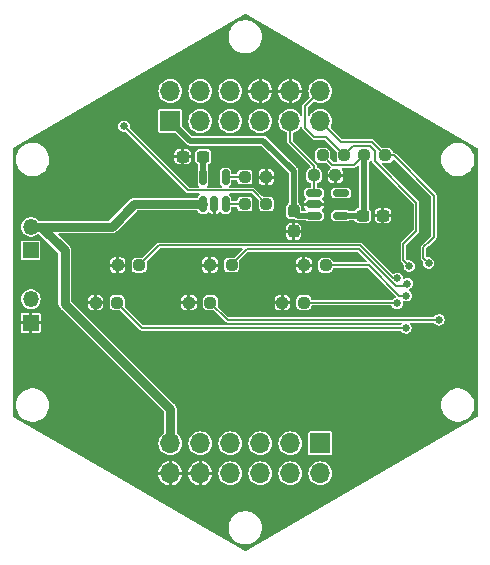
<source format=gbr>
%TF.GenerationSoftware,KiCad,Pcbnew,7.0.5*%
%TF.CreationDate,2024-01-17T23:09:27-05:00*%
%TF.ProjectId,BURNING_R,4255524e-494e-4475-9f52-2e6b69636164,rev?*%
%TF.SameCoordinates,Original*%
%TF.FileFunction,Copper,L2,Bot*%
%TF.FilePolarity,Positive*%
%FSLAX46Y46*%
G04 Gerber Fmt 4.6, Leading zero omitted, Abs format (unit mm)*
G04 Created by KiCad (PCBNEW 7.0.5) date 2024-01-17 23:09:27*
%MOMM*%
%LPD*%
G01*
G04 APERTURE LIST*
G04 Aperture macros list*
%AMRoundRect*
0 Rectangle with rounded corners*
0 $1 Rounding radius*
0 $2 $3 $4 $5 $6 $7 $8 $9 X,Y pos of 4 corners*
0 Add a 4 corners polygon primitive as box body*
4,1,4,$2,$3,$4,$5,$6,$7,$8,$9,$2,$3,0*
0 Add four circle primitives for the rounded corners*
1,1,$1+$1,$2,$3*
1,1,$1+$1,$4,$5*
1,1,$1+$1,$6,$7*
1,1,$1+$1,$8,$9*
0 Add four rect primitives between the rounded corners*
20,1,$1+$1,$2,$3,$4,$5,0*
20,1,$1+$1,$4,$5,$6,$7,0*
20,1,$1+$1,$6,$7,$8,$9,0*
20,1,$1+$1,$8,$9,$2,$3,0*%
G04 Aperture macros list end*
%TA.AperFunction,SMDPad,CuDef*%
%ADD10RoundRect,0.237500X-0.237500X0.300000X-0.237500X-0.300000X0.237500X-0.300000X0.237500X0.300000X0*%
%TD*%
%TA.AperFunction,ComponentPad*%
%ADD11R,1.350000X1.350000*%
%TD*%
%TA.AperFunction,ComponentPad*%
%ADD12O,1.350000X1.350000*%
%TD*%
%TA.AperFunction,ComponentPad*%
%ADD13R,1.700000X1.700000*%
%TD*%
%TA.AperFunction,ComponentPad*%
%ADD14O,1.700000X1.700000*%
%TD*%
%TA.AperFunction,SMDPad,CuDef*%
%ADD15RoundRect,0.237500X0.250000X0.237500X-0.250000X0.237500X-0.250000X-0.237500X0.250000X-0.237500X0*%
%TD*%
%TA.AperFunction,SMDPad,CuDef*%
%ADD16RoundRect,0.237500X-0.250000X-0.237500X0.250000X-0.237500X0.250000X0.237500X-0.250000X0.237500X0*%
%TD*%
%TA.AperFunction,SMDPad,CuDef*%
%ADD17RoundRect,0.150000X-0.512500X-0.150000X0.512500X-0.150000X0.512500X0.150000X-0.512500X0.150000X0*%
%TD*%
%TA.AperFunction,SMDPad,CuDef*%
%ADD18RoundRect,0.237500X0.300000X0.237500X-0.300000X0.237500X-0.300000X-0.237500X0.300000X-0.237500X0*%
%TD*%
%TA.AperFunction,SMDPad,CuDef*%
%ADD19RoundRect,0.150000X0.150000X-0.512500X0.150000X0.512500X-0.150000X0.512500X-0.150000X-0.512500X0*%
%TD*%
%TA.AperFunction,ViaPad*%
%ADD20C,0.660400*%
%TD*%
%TA.AperFunction,Conductor*%
%ADD21C,0.152400*%
%TD*%
%TA.AperFunction,Conductor*%
%ADD22C,0.762000*%
%TD*%
%TA.AperFunction,Conductor*%
%ADD23C,0.508000*%
%TD*%
%TA.AperFunction,Conductor*%
%ADD24C,1.000000*%
%TD*%
G04 APERTURE END LIST*
D10*
%TO.P,C6,1*%
%TO.N,/VBAT*%
X154250000Y-94066121D03*
%TO.P,C6,2*%
%TO.N,GND*%
X154250000Y-95791121D03*
%TD*%
D11*
%TO.P,J10,1,Pin_1*%
%TO.N,GND*%
X132000000Y-103548621D03*
D12*
%TO.P,J10,2,Pin_2*%
%TO.N,Net-(J10-Pin_2)*%
X132000000Y-101548621D03*
%TD*%
D13*
%TO.P,J1,1,Pin_1*%
%TO.N,/VBAT*%
X143810000Y-86465599D03*
D14*
%TO.P,J1,2,Pin_2*%
%TO.N,/D8*%
X143810000Y-83925599D03*
%TO.P,J1,3,Pin_3*%
%TO.N,/A5*%
X146350000Y-86465599D03*
%TO.P,J1,4,Pin_4*%
%TO.N,/A3*%
X146350000Y-83925599D03*
%TO.P,J1,5,Pin_5*%
%TO.N,+5V*%
X148890000Y-86465599D03*
%TO.P,J1,6,Pin_6*%
%TO.N,/A2*%
X148890000Y-83925599D03*
%TO.P,J1,7,Pin_7*%
%TO.N,/RXD*%
X151430000Y-86465599D03*
%TO.P,J1,8,Pin_8*%
%TO.N,GND*%
X151430000Y-83925599D03*
%TO.P,J1,9,Pin_9*%
%TO.N,/BURN_EN*%
X153970000Y-86465599D03*
%TO.P,J1,10,Pin_10*%
%TO.N,GND*%
X153970000Y-83925599D03*
%TO.P,J1,11,Pin_11*%
%TO.N,/SDA*%
X156510000Y-86465599D03*
%TO.P,J1,12,Pin_12*%
%TO.N,/SCL*%
X156510000Y-83925599D03*
%TD*%
D13*
%TO.P,J2,1,Pin_1*%
%TO.N,/D12*%
X156510000Y-113743621D03*
D14*
%TO.P,J2,2,Pin_2*%
%TO.N,/D10*%
X156510000Y-116283621D03*
%TO.P,J2,3,Pin_3*%
%TO.N,/MOSI*%
X153970000Y-113743621D03*
%TO.P,J2,4,Pin_4*%
%TO.N,/D1*%
X153970000Y-116283621D03*
%TO.P,J2,5,Pin_5*%
%TO.N,/SCK*%
X151430000Y-113743621D03*
%TO.P,J2,6,Pin_6*%
%TO.N,/D3*%
X151430000Y-116283621D03*
%TO.P,J2,7,Pin_7*%
%TO.N,/D2*%
X148890000Y-113743621D03*
%TO.P,J2,8,Pin_8*%
%TO.N,/A4*%
X148890000Y-116283621D03*
%TO.P,J2,9,Pin_9*%
%TO.N,/MISO*%
X146350000Y-113743621D03*
%TO.P,J2,10,Pin_10*%
%TO.N,GND*%
X146350000Y-116283621D03*
%TO.P,J2,11,Pin_11*%
%TO.N,/BAT_BR*%
X143810000Y-113743621D03*
%TO.P,J2,12,Pin_12*%
%TO.N,GND*%
X143810000Y-116283621D03*
%TD*%
D11*
%TO.P,J9,1,Pin_1*%
%TO.N,Net-(J10-Pin_2)*%
X132000000Y-97418621D03*
D12*
%TO.P,J9,2,Pin_2*%
%TO.N,/BAT_BR*%
X132000000Y-95418621D03*
%TD*%
D15*
%TO.P,R3,1*%
%TO.N,GND*%
X157805000Y-91058621D03*
%TO.P,R3,2*%
%TO.N,/BURN_EN*%
X155980000Y-91058621D03*
%TD*%
D16*
%TO.P,R4,2*%
%TO.N,/SCL*%
X158542500Y-89358621D03*
%TO.P,R4,1*%
%TO.N,VCC*%
X156717500Y-89358621D03*
%TD*%
D15*
%TO.P,R9,1*%
%TO.N,/BR_3_EN*%
X155132500Y-101838621D03*
%TO.P,R9,2*%
%TO.N,GND*%
X153307500Y-101838621D03*
%TD*%
%TO.P,R8,1*%
%TO.N,/BR_4_EN*%
X141182500Y-98658621D03*
%TO.P,R8,2*%
%TO.N,GND*%
X139357500Y-98658621D03*
%TD*%
D17*
%TO.P,U3,1,VIN*%
%TO.N,/VBAT*%
X155992500Y-94458621D03*
%TO.P,U3,2,GND*%
%TO.N,GND*%
X155992500Y-93508621D03*
%TO.P,U3,3,EN*%
%TO.N,/BURN_EN*%
X155992500Y-92558621D03*
%TO.P,U3,4,NC*%
%TO.N,unconnected-(U3-NC-Pad4)*%
X158267500Y-92558621D03*
%TO.P,U3,5,VOUT*%
%TO.N,VCC*%
X158267500Y-94458621D03*
%TD*%
D16*
%TO.P,R5,1*%
%TO.N,VCC*%
X160207500Y-89358621D03*
%TO.P,R5,2*%
%TO.N,/SDA*%
X162032500Y-89358621D03*
%TD*%
D15*
%TO.P,R1,1*%
%TO.N,GND*%
X151952500Y-91198621D03*
%TO.P,R1,2*%
%TO.N,Net-(U2-PROG)*%
X150127500Y-91198621D03*
%TD*%
D18*
%TO.P,C4,1*%
%TO.N,+5V*%
X146612500Y-89468621D03*
%TO.P,C4,2*%
%TO.N,GND*%
X144887500Y-89468621D03*
%TD*%
D15*
%TO.P,R10,1*%
%TO.N,/BR_2_EN*%
X147212500Y-101828621D03*
%TO.P,R10,2*%
%TO.N,GND*%
X145387500Y-101828621D03*
%TD*%
%TO.P,R11,1*%
%TO.N,/BR_1_EN*%
X139312500Y-101838621D03*
%TO.P,R11,2*%
%TO.N,GND*%
X137487500Y-101838621D03*
%TD*%
D16*
%TO.P,R2,1*%
%TO.N,Net-(U2-STAT)*%
X150127500Y-93488621D03*
%TO.P,R2,2*%
%TO.N,Net-(D1-K)*%
X151952500Y-93488621D03*
%TD*%
D19*
%TO.P,U2,1,STAT*%
%TO.N,Net-(U2-STAT)*%
X148500000Y-93486121D03*
%TO.P,U2,2,VSS*%
%TO.N,GND*%
X147550000Y-93486121D03*
%TO.P,U2,3,VBAT*%
%TO.N,/BAT_BR*%
X146600000Y-93486121D03*
%TO.P,U2,4,VDD*%
%TO.N,+5V*%
X146600000Y-91211121D03*
%TO.P,U2,5,PROG*%
%TO.N,Net-(U2-PROG)*%
X148500000Y-91211121D03*
%TD*%
D15*
%TO.P,R7,1*%
%TO.N,/BR_5_EN*%
X149002500Y-98648621D03*
%TO.P,R7,2*%
%TO.N,GND*%
X147177500Y-98648621D03*
%TD*%
%TO.P,R6,1*%
%TO.N,/BR_6_EN*%
X156962500Y-98658621D03*
%TO.P,R6,2*%
%TO.N,GND*%
X155137500Y-98658621D03*
%TD*%
D18*
%TO.P,C5,1*%
%TO.N,GND*%
X161825000Y-94458621D03*
%TO.P,C5,2*%
%TO.N,VCC*%
X160100000Y-94458621D03*
%TD*%
D20*
%TO.N,GND*%
X168160000Y-105198621D03*
X166160000Y-107198621D03*
X166160000Y-105198621D03*
X164160000Y-105198621D03*
X164160000Y-107198621D03*
X162160000Y-107198621D03*
X162160000Y-109198621D03*
X160160000Y-109198621D03*
X160160000Y-111198621D03*
X158160000Y-111198621D03*
%TO.N,+5V*%
X146620000Y-89458621D03*
%TO.N,GND*%
X134160000Y-109198621D03*
X144160000Y-105198621D03*
X134160000Y-111198621D03*
X134160000Y-91198621D03*
X152160000Y-118198621D03*
X162160000Y-87198621D03*
X164160000Y-109198621D03*
X150160000Y-82198621D03*
X148160000Y-111198621D03*
X150160000Y-111198621D03*
X136160000Y-89198621D03*
X138160000Y-89198621D03*
X166160000Y-89198621D03*
X151160000Y-98698621D03*
X140160000Y-111198621D03*
X152160000Y-111198621D03*
X136160000Y-113198621D03*
X140160000Y-89198621D03*
X148160000Y-120198621D03*
X144160000Y-107198621D03*
X140160000Y-91198621D03*
X152160000Y-120198621D03*
X146160000Y-82198621D03*
X140160000Y-109198621D03*
X134160000Y-107198621D03*
X146160000Y-118198621D03*
X156160000Y-82198621D03*
X162160000Y-105198621D03*
X134160000Y-87198621D03*
X134160000Y-93198621D03*
X152160000Y-107198621D03*
X136160000Y-93198621D03*
X136160000Y-87198621D03*
X138160000Y-111198621D03*
X154160000Y-82198621D03*
X162160000Y-111198621D03*
X152160000Y-105198621D03*
X162160000Y-113198621D03*
X134160000Y-105198621D03*
X136160000Y-111198621D03*
X146160000Y-111198621D03*
X154160000Y-111198621D03*
X142160000Y-87198621D03*
X154160000Y-118198621D03*
X164160000Y-111198621D03*
X148160000Y-82198621D03*
X134160000Y-113198621D03*
X160160000Y-85198621D03*
X136160000Y-109198621D03*
X156160000Y-109198621D03*
X141660000Y-83698621D03*
X166160000Y-87198621D03*
X160160000Y-87198621D03*
X162160000Y-85198621D03*
X136160000Y-91198621D03*
X160160000Y-107198621D03*
X148160000Y-80198621D03*
X156160000Y-107198621D03*
X144160000Y-82198621D03*
X148160000Y-118198621D03*
X156160000Y-118198621D03*
X138160000Y-115198621D03*
X143160000Y-98698621D03*
X164160000Y-87198621D03*
X168160000Y-93198621D03*
X162160000Y-115198621D03*
X136160000Y-107198621D03*
X134160000Y-89198621D03*
X168160000Y-107198621D03*
X138160000Y-113198621D03*
X164160000Y-113198621D03*
X160160000Y-115198621D03*
X152160000Y-82198621D03*
X150160000Y-118198621D03*
X140160000Y-113198621D03*
X166160000Y-91198621D03*
X144160000Y-118198621D03*
X164160000Y-89198621D03*
X152160000Y-80198621D03*
X156160000Y-111198621D03*
X140160000Y-115198621D03*
X143160000Y-102198621D03*
X151160000Y-102198621D03*
X160160000Y-105198621D03*
X148160000Y-109198621D03*
X138160000Y-87198621D03*
X160160000Y-113198621D03*
%TO.N,VCC*%
X160200000Y-89378621D03*
%TO.N,/SDA*%
X165685000Y-98473621D03*
%TO.N,/SCL*%
X164051348Y-98732273D03*
%TO.N,/BR_1_EN*%
X139310000Y-101878621D03*
X163760000Y-103973621D03*
%TO.N,/BR_2_EN*%
X147220000Y-101888621D03*
X166560000Y-103288621D03*
%TO.N,/BR_3_EN*%
X163010000Y-101898621D03*
X155130000Y-101888621D03*
%TO.N,/BR_4_EN*%
X163035000Y-99773621D03*
X141180000Y-98598621D03*
%TO.N,/BR_5_EN*%
X149010000Y-98598621D03*
X163860000Y-100223621D03*
%TO.N,/BR_6_EN*%
X157000000Y-98598621D03*
X163785000Y-101248621D03*
%TO.N,Net-(D1-K)*%
X139900000Y-86898621D03*
%TD*%
D21*
%TO.N,Net-(D1-K)*%
X150802500Y-92338621D02*
X151952500Y-93488621D01*
X145340000Y-92338621D02*
X150802500Y-92338621D01*
X139900000Y-86898621D02*
X145340000Y-92338621D01*
D22*
%TO.N,/BAT_BR*%
X134880000Y-101918621D02*
X134880000Y-97398621D01*
X132900000Y-95418621D02*
X132000000Y-95418621D01*
X143810000Y-110848621D02*
X134880000Y-101918621D01*
X134880000Y-97398621D02*
X132900000Y-95418621D01*
X143810000Y-113743621D02*
X143810000Y-110848621D01*
X138850000Y-95418621D02*
X132000000Y-95418621D01*
X140782500Y-93486121D02*
X138850000Y-95418621D01*
D21*
%TO.N,/BR_5_EN*%
X163635000Y-100448621D02*
X163860000Y-100223621D01*
X162900000Y-100448621D02*
X163635000Y-100448621D01*
X159780000Y-97328621D02*
X162900000Y-100448621D01*
X150280000Y-97328621D02*
X159780000Y-97328621D01*
X149010000Y-98598621D02*
X150280000Y-97328621D01*
%TO.N,/BR_2_EN*%
X148672500Y-103288621D02*
X147212500Y-101828621D01*
X166560000Y-103288621D02*
X148672500Y-103288621D01*
%TO.N,/BR_1_EN*%
X163760000Y-103973621D02*
X141405000Y-103973621D01*
X141405000Y-103973621D02*
X139310000Y-101878621D01*
%TO.N,/SCL*%
X164660000Y-93368621D02*
X164660000Y-94128621D01*
X160720000Y-88608621D02*
X161110000Y-88998621D01*
X159292500Y-88608621D02*
X160720000Y-88608621D01*
X158542500Y-89358621D02*
X159292500Y-88608621D01*
X161110000Y-89818621D02*
X164660000Y-93368621D01*
X164660000Y-94128621D02*
X164660000Y-95768621D01*
X161110000Y-88998621D02*
X161110000Y-89818621D01*
X163550000Y-98230925D02*
X164051348Y-98732273D01*
X163550000Y-96878621D02*
X163550000Y-98230925D01*
X164660000Y-95768621D02*
X163550000Y-96878621D01*
%TO.N,/SDA*%
X165795000Y-96613621D02*
X165245000Y-97163621D01*
X165795000Y-96613621D02*
X166130000Y-96278621D01*
X165685000Y-98473621D02*
X165245000Y-98033621D01*
X165245000Y-97163621D02*
X165245000Y-98033621D01*
D23*
%TO.N,/VBAT*%
X151700000Y-88128621D02*
X154250000Y-90678621D01*
X154250000Y-90678621D02*
X154250000Y-94066121D01*
X151230000Y-88128621D02*
X151700000Y-88128621D01*
X145473022Y-88128621D02*
X151230000Y-88128621D01*
D21*
%TO.N,/SCL*%
X157012500Y-87828621D02*
X158542500Y-89358621D01*
X155230000Y-87038621D02*
X156020000Y-87828621D01*
X156020000Y-87828621D02*
X157012500Y-87828621D01*
X155230000Y-85205599D02*
X155230000Y-87038621D01*
X156510000Y-83925599D02*
X155230000Y-85205599D01*
%TO.N,/BURN_EN*%
X153970000Y-88248621D02*
X153970000Y-86465599D01*
X155980000Y-90258621D02*
X153970000Y-88248621D01*
X155980000Y-91058621D02*
X155980000Y-90258621D01*
D23*
%TO.N,/VBAT*%
X154642500Y-94458621D02*
X154250000Y-94066121D01*
X155992500Y-94458621D02*
X154642500Y-94458621D01*
%TO.N,VCC*%
X160207500Y-94351121D02*
X160100000Y-94458621D01*
X160207500Y-89358621D02*
X160207500Y-94351121D01*
X158267500Y-94458621D02*
X160100000Y-94458621D01*
%TO.N,/VBAT*%
X143810000Y-86465599D02*
X145473022Y-88128621D01*
%TO.N,+5V*%
X146620000Y-89458621D02*
X146612500Y-89468621D01*
D21*
%TO.N,VCC*%
X159397500Y-90168621D02*
X157527500Y-90168621D01*
X160207500Y-89358621D02*
X159397500Y-90168621D01*
X157527500Y-90168621D02*
X156717500Y-89358621D01*
%TO.N,/BURN_EN*%
X155980000Y-92546121D02*
X155992500Y-92558621D01*
X155980000Y-91058621D02*
X155980000Y-92546121D01*
%TO.N,/SDA*%
X160872500Y-88198621D02*
X162032500Y-89358621D01*
X158243022Y-88198621D02*
X160872500Y-88198621D01*
X156510000Y-86465599D02*
X158243022Y-88198621D01*
X162050000Y-89376121D02*
X162032500Y-89358621D01*
X162737500Y-89376121D02*
X162050000Y-89376121D01*
X162737500Y-89376121D02*
X166130000Y-92768621D01*
D23*
%TO.N,+5V*%
X146600000Y-91211121D02*
X146600000Y-89481121D01*
D24*
X146600000Y-89481121D02*
X146612500Y-89468621D01*
D21*
%TO.N,/SDA*%
X166130000Y-96278621D02*
X166130000Y-92768621D01*
D22*
%TO.N,/BAT_BR*%
X140782500Y-93486121D02*
X146600000Y-93486121D01*
D21*
%TO.N,/BR_3_EN*%
X162950000Y-101838621D02*
X163010000Y-101898621D01*
X155130000Y-101838621D02*
X162950000Y-101838621D01*
%TO.N,/BR_4_EN*%
X142862500Y-96978621D02*
X142990000Y-96978621D01*
X163035000Y-99773621D02*
X162665000Y-99773621D01*
X162665000Y-99773621D02*
X159870000Y-96978621D01*
X159870000Y-96978621D02*
X142990000Y-96978621D01*
X141182500Y-98658621D02*
X142862500Y-96978621D01*
%TO.N,/BR_6_EN*%
X163210000Y-101248621D02*
X163785000Y-101248621D01*
X157000000Y-98658621D02*
X160620000Y-98658621D01*
X160620000Y-98658621D02*
X163210000Y-101248621D01*
%TO.N,Net-(U2-PROG)*%
X150115000Y-91211121D02*
X150127500Y-91198621D01*
X148500000Y-91211121D02*
X150115000Y-91211121D01*
%TO.N,Net-(U2-STAT)*%
X150125000Y-93486121D02*
X150127500Y-93488621D01*
X148500000Y-93486121D02*
X150125000Y-93486121D01*
%TD*%
%TA.AperFunction,Conductor*%
%TO.N,GND*%
G36*
X150203946Y-77388502D02*
G01*
X169810750Y-88708494D01*
X169849399Y-88754554D01*
X169854700Y-88784618D01*
X169854700Y-111424599D01*
X169834135Y-111481100D01*
X169810750Y-111500723D01*
X150203949Y-122820715D01*
X150144735Y-122831156D01*
X150116049Y-122820715D01*
X149138254Y-122256185D01*
X146770601Y-120889220D01*
X148749884Y-120889220D01*
X148769115Y-121121316D01*
X148769116Y-121121322D01*
X148826286Y-121347080D01*
X148826289Y-121347088D01*
X148897987Y-121510541D01*
X148919840Y-121560361D01*
X148919844Y-121560367D01*
X149047215Y-121755325D01*
X149047216Y-121755327D01*
X149047220Y-121755331D01*
X149204954Y-121926676D01*
X149388740Y-122069722D01*
X149593563Y-122180567D01*
X149813837Y-122256187D01*
X149813839Y-122256187D01*
X149813841Y-122256188D01*
X150043550Y-122294520D01*
X150043554Y-122294520D01*
X150276450Y-122294520D01*
X150506158Y-122256188D01*
X150506158Y-122256187D01*
X150506163Y-122256187D01*
X150726437Y-122180567D01*
X150931260Y-122069722D01*
X151115046Y-121926676D01*
X151272780Y-121755331D01*
X151400160Y-121560361D01*
X151493712Y-121347084D01*
X151550884Y-121121317D01*
X151570116Y-120889220D01*
X151550884Y-120657123D01*
X151550883Y-120657117D01*
X151493713Y-120431359D01*
X151493710Y-120431351D01*
X151400164Y-120218089D01*
X151400160Y-120218079D01*
X151319435Y-120094520D01*
X151272784Y-120023114D01*
X151272783Y-120023112D01*
X151115050Y-119851768D01*
X151115048Y-119851767D01*
X151115046Y-119851764D01*
X150931260Y-119708718D01*
X150726437Y-119597873D01*
X150726433Y-119597871D01*
X150726430Y-119597870D01*
X150506167Y-119522254D01*
X150506158Y-119522251D01*
X150276450Y-119483920D01*
X150276446Y-119483920D01*
X150043554Y-119483920D01*
X150043550Y-119483920D01*
X149813841Y-119522251D01*
X149813832Y-119522254D01*
X149593569Y-119597870D01*
X149388740Y-119708718D01*
X149204949Y-119851768D01*
X149047216Y-120023112D01*
X149047215Y-120023114D01*
X148919844Y-120218072D01*
X148919835Y-120218089D01*
X148826289Y-120431351D01*
X148826286Y-120431359D01*
X148769116Y-120657117D01*
X148769115Y-120657123D01*
X148749884Y-120889220D01*
X146770601Y-120889220D01*
X139013441Y-116410621D01*
X142789735Y-116410621D01*
X142797072Y-116485109D01*
X142855842Y-116678846D01*
X142855844Y-116678849D01*
X142951281Y-116857399D01*
X143079717Y-117013899D01*
X143079721Y-117013903D01*
X143236221Y-117142339D01*
X143414771Y-117237776D01*
X143414774Y-117237778D01*
X143608515Y-117296550D01*
X143683000Y-117303884D01*
X143683000Y-116770502D01*
X143774237Y-116783621D01*
X143845763Y-116783621D01*
X143937000Y-116770502D01*
X143937000Y-117303884D01*
X144011484Y-117296550D01*
X144205225Y-117237778D01*
X144205228Y-117237776D01*
X144383778Y-117142339D01*
X144540278Y-117013903D01*
X144540282Y-117013899D01*
X144668718Y-116857399D01*
X144764155Y-116678849D01*
X144764157Y-116678846D01*
X144822927Y-116485109D01*
X144830265Y-116410621D01*
X145329735Y-116410621D01*
X145337072Y-116485109D01*
X145395842Y-116678846D01*
X145395844Y-116678849D01*
X145491281Y-116857399D01*
X145619717Y-117013899D01*
X145619721Y-117013903D01*
X145776221Y-117142339D01*
X145954771Y-117237776D01*
X145954774Y-117237778D01*
X146148515Y-117296550D01*
X146223000Y-117303884D01*
X146223000Y-116770502D01*
X146314237Y-116783621D01*
X146385763Y-116783621D01*
X146477000Y-116770502D01*
X146477000Y-117303884D01*
X146551484Y-117296550D01*
X146745225Y-117237778D01*
X146745228Y-117237776D01*
X146923778Y-117142339D01*
X147080278Y-117013903D01*
X147080282Y-117013899D01*
X147208718Y-116857399D01*
X147304155Y-116678849D01*
X147304157Y-116678846D01*
X147362927Y-116485109D01*
X147370265Y-116410621D01*
X146833818Y-116410621D01*
X146850000Y-116355510D01*
X146850000Y-116283621D01*
X147882247Y-116283621D01*
X147901612Y-116480230D01*
X147958957Y-116669269D01*
X147958958Y-116669271D01*
X148052084Y-116843499D01*
X148177411Y-116996210D01*
X148330122Y-117121537D01*
X148504350Y-117214663D01*
X148693397Y-117272010D01*
X148890000Y-117291374D01*
X149086603Y-117272010D01*
X149275650Y-117214663D01*
X149449878Y-117121537D01*
X149602589Y-116996210D01*
X149727916Y-116843499D01*
X149821042Y-116669271D01*
X149878389Y-116480224D01*
X149897753Y-116283621D01*
X150422247Y-116283621D01*
X150441612Y-116480230D01*
X150498957Y-116669269D01*
X150498958Y-116669271D01*
X150592084Y-116843499D01*
X150717411Y-116996210D01*
X150870122Y-117121537D01*
X151044350Y-117214663D01*
X151233397Y-117272010D01*
X151430000Y-117291374D01*
X151626603Y-117272010D01*
X151815650Y-117214663D01*
X151989878Y-117121537D01*
X152142589Y-116996210D01*
X152267916Y-116843499D01*
X152361042Y-116669271D01*
X152418389Y-116480224D01*
X152437753Y-116283621D01*
X152962247Y-116283621D01*
X152981612Y-116480230D01*
X153038957Y-116669269D01*
X153038958Y-116669271D01*
X153132084Y-116843499D01*
X153257411Y-116996210D01*
X153410122Y-117121537D01*
X153584350Y-117214663D01*
X153773397Y-117272010D01*
X153970000Y-117291374D01*
X154166603Y-117272010D01*
X154355650Y-117214663D01*
X154529878Y-117121537D01*
X154682589Y-116996210D01*
X154807916Y-116843499D01*
X154901042Y-116669271D01*
X154958389Y-116480224D01*
X154977753Y-116283621D01*
X155502247Y-116283621D01*
X155521612Y-116480230D01*
X155578957Y-116669269D01*
X155578958Y-116669271D01*
X155672084Y-116843499D01*
X155797411Y-116996210D01*
X155950122Y-117121537D01*
X156124350Y-117214663D01*
X156313397Y-117272010D01*
X156510000Y-117291374D01*
X156706603Y-117272010D01*
X156895650Y-117214663D01*
X157069878Y-117121537D01*
X157222589Y-116996210D01*
X157347916Y-116843499D01*
X157441042Y-116669271D01*
X157498389Y-116480224D01*
X157517753Y-116283621D01*
X157498389Y-116087018D01*
X157441042Y-115897971D01*
X157347916Y-115723743D01*
X157222589Y-115571032D01*
X157069878Y-115445705D01*
X156895650Y-115352579D01*
X156895649Y-115352578D01*
X156895648Y-115352578D01*
X156706609Y-115295233D01*
X156706604Y-115295232D01*
X156706603Y-115295232D01*
X156510000Y-115275868D01*
X156509999Y-115275868D01*
X156462657Y-115280530D01*
X156313397Y-115295232D01*
X156313395Y-115295232D01*
X156313390Y-115295233D01*
X156124351Y-115352578D01*
X155950121Y-115445705D01*
X155797413Y-115571030D01*
X155797409Y-115571034D01*
X155672084Y-115723742D01*
X155578957Y-115897972D01*
X155521612Y-116087011D01*
X155502247Y-116283621D01*
X154977753Y-116283621D01*
X154958389Y-116087018D01*
X154901042Y-115897971D01*
X154807916Y-115723743D01*
X154682589Y-115571032D01*
X154529878Y-115445705D01*
X154355650Y-115352579D01*
X154355649Y-115352578D01*
X154355648Y-115352578D01*
X154166609Y-115295233D01*
X154166604Y-115295232D01*
X154166603Y-115295232D01*
X153970000Y-115275868D01*
X153773397Y-115295232D01*
X153773395Y-115295232D01*
X153773390Y-115295233D01*
X153584351Y-115352578D01*
X153410121Y-115445705D01*
X153257413Y-115571030D01*
X153257409Y-115571034D01*
X153132084Y-115723742D01*
X153038957Y-115897972D01*
X152981612Y-116087011D01*
X152962247Y-116283621D01*
X152437753Y-116283621D01*
X152418389Y-116087018D01*
X152361042Y-115897971D01*
X152267916Y-115723743D01*
X152142589Y-115571032D01*
X151989878Y-115445705D01*
X151815650Y-115352579D01*
X151815649Y-115352578D01*
X151815648Y-115352578D01*
X151626609Y-115295233D01*
X151626604Y-115295232D01*
X151626603Y-115295232D01*
X151430000Y-115275868D01*
X151429999Y-115275868D01*
X151382657Y-115280530D01*
X151233397Y-115295232D01*
X151233395Y-115295232D01*
X151233390Y-115295233D01*
X151044351Y-115352578D01*
X150870121Y-115445705D01*
X150717413Y-115571030D01*
X150717409Y-115571034D01*
X150592084Y-115723742D01*
X150498957Y-115897972D01*
X150441612Y-116087011D01*
X150422247Y-116283621D01*
X149897753Y-116283621D01*
X149878389Y-116087018D01*
X149821042Y-115897971D01*
X149727916Y-115723743D01*
X149602589Y-115571032D01*
X149449878Y-115445705D01*
X149275650Y-115352579D01*
X149275649Y-115352578D01*
X149275648Y-115352578D01*
X149086609Y-115295233D01*
X149086604Y-115295232D01*
X149086603Y-115295232D01*
X148890000Y-115275868D01*
X148889999Y-115275868D01*
X148842657Y-115280530D01*
X148693397Y-115295232D01*
X148693395Y-115295232D01*
X148693390Y-115295233D01*
X148504351Y-115352578D01*
X148330121Y-115445705D01*
X148177413Y-115571030D01*
X148177409Y-115571034D01*
X148052084Y-115723742D01*
X147958957Y-115897972D01*
X147901612Y-116087011D01*
X147882247Y-116283621D01*
X146850000Y-116283621D01*
X146850000Y-116211732D01*
X146833818Y-116156621D01*
X147370264Y-116156621D01*
X147362927Y-116082132D01*
X147304157Y-115888395D01*
X147304155Y-115888392D01*
X147208718Y-115709842D01*
X147080282Y-115553342D01*
X147080278Y-115553338D01*
X146923778Y-115424902D01*
X146745228Y-115329465D01*
X146745225Y-115329463D01*
X146551488Y-115270693D01*
X146477000Y-115263356D01*
X146477000Y-115796739D01*
X146385763Y-115783621D01*
X146314237Y-115783621D01*
X146223000Y-115796739D01*
X146223000Y-115263356D01*
X146148511Y-115270693D01*
X145954774Y-115329463D01*
X145954771Y-115329465D01*
X145776221Y-115424902D01*
X145619721Y-115553338D01*
X145619717Y-115553342D01*
X145491281Y-115709842D01*
X145395844Y-115888392D01*
X145395842Y-115888395D01*
X145337072Y-116082132D01*
X145329735Y-116156621D01*
X145866182Y-116156621D01*
X145850000Y-116211732D01*
X145850000Y-116355510D01*
X145866182Y-116410621D01*
X145329735Y-116410621D01*
X144830265Y-116410621D01*
X144293818Y-116410621D01*
X144310000Y-116355510D01*
X144310000Y-116211732D01*
X144293818Y-116156621D01*
X144830264Y-116156621D01*
X144822927Y-116082132D01*
X144764157Y-115888395D01*
X144764155Y-115888392D01*
X144668718Y-115709842D01*
X144540282Y-115553342D01*
X144540278Y-115553338D01*
X144383778Y-115424902D01*
X144205228Y-115329465D01*
X144205225Y-115329463D01*
X144011488Y-115270693D01*
X143937000Y-115263356D01*
X143937000Y-115796739D01*
X143845763Y-115783621D01*
X143774237Y-115783621D01*
X143683000Y-115796739D01*
X143683000Y-115263356D01*
X143608511Y-115270693D01*
X143414774Y-115329463D01*
X143414771Y-115329465D01*
X143236221Y-115424902D01*
X143079721Y-115553338D01*
X143079717Y-115553342D01*
X142951281Y-115709842D01*
X142855844Y-115888392D01*
X142855842Y-115888395D01*
X142797072Y-116082132D01*
X142789735Y-116156621D01*
X143326182Y-116156621D01*
X143310000Y-116211732D01*
X143310000Y-116355510D01*
X143326182Y-116410621D01*
X142789735Y-116410621D01*
X139013441Y-116410621D01*
X130509248Y-111500723D01*
X130470600Y-111454664D01*
X130465300Y-111424605D01*
X130465300Y-110496915D01*
X130749884Y-110496915D01*
X130769115Y-110729011D01*
X130769116Y-110729017D01*
X130826286Y-110954775D01*
X130826289Y-110954783D01*
X130897987Y-111118236D01*
X130919840Y-111168056D01*
X130919844Y-111168062D01*
X131047215Y-111363020D01*
X131047216Y-111363022D01*
X131173979Y-111500724D01*
X131204954Y-111534371D01*
X131388740Y-111677417D01*
X131593563Y-111788262D01*
X131813837Y-111863882D01*
X131813839Y-111863882D01*
X131813841Y-111863883D01*
X132043550Y-111902215D01*
X132043554Y-111902215D01*
X132276450Y-111902215D01*
X132506158Y-111863883D01*
X132506158Y-111863882D01*
X132506163Y-111863882D01*
X132726437Y-111788262D01*
X132931260Y-111677417D01*
X133115046Y-111534371D01*
X133272780Y-111363026D01*
X133400160Y-111168056D01*
X133493712Y-110954779D01*
X133550884Y-110729012D01*
X133570116Y-110496915D01*
X133550884Y-110264818D01*
X133550883Y-110264812D01*
X133493713Y-110039054D01*
X133493710Y-110039046D01*
X133400164Y-109825784D01*
X133400160Y-109825774D01*
X133319435Y-109702215D01*
X133272784Y-109630809D01*
X133272783Y-109630807D01*
X133115050Y-109459463D01*
X133115048Y-109459462D01*
X133115046Y-109459459D01*
X132931260Y-109316413D01*
X132726437Y-109205568D01*
X132726433Y-109205566D01*
X132726430Y-109205565D01*
X132506167Y-109129949D01*
X132506158Y-109129946D01*
X132276450Y-109091615D01*
X132276446Y-109091615D01*
X132043554Y-109091615D01*
X132043550Y-109091615D01*
X131813841Y-109129946D01*
X131813832Y-109129949D01*
X131593569Y-109205565D01*
X131388740Y-109316413D01*
X131204949Y-109459463D01*
X131047216Y-109630807D01*
X131047215Y-109630809D01*
X130919844Y-109825767D01*
X130919835Y-109825784D01*
X130826289Y-110039046D01*
X130826286Y-110039054D01*
X130769116Y-110264812D01*
X130769115Y-110264818D01*
X130749884Y-110496915D01*
X130465300Y-110496915D01*
X130465300Y-103421620D01*
X131147200Y-103421620D01*
X131147201Y-103421621D01*
X131615779Y-103421621D01*
X131614835Y-103423473D01*
X131595014Y-103548621D01*
X131614835Y-103673769D01*
X131615779Y-103675621D01*
X131147201Y-103675621D01*
X131147201Y-104241129D01*
X131157516Y-104292996D01*
X131196811Y-104351803D01*
X131196817Y-104351809D01*
X131255624Y-104391104D01*
X131307486Y-104401420D01*
X131872998Y-104401420D01*
X131873000Y-104401418D01*
X131873000Y-103932842D01*
X131874852Y-103933786D01*
X131968519Y-103948621D01*
X132031481Y-103948621D01*
X132125148Y-103933786D01*
X132127000Y-103932842D01*
X132127000Y-104401418D01*
X132127001Y-104401420D01*
X132692509Y-104401420D01*
X132744375Y-104391104D01*
X132803182Y-104351809D01*
X132803188Y-104351803D01*
X132842483Y-104292996D01*
X132852800Y-104241133D01*
X132852800Y-103675622D01*
X132852799Y-103675621D01*
X132384221Y-103675621D01*
X132385165Y-103673769D01*
X132404986Y-103548621D01*
X132385165Y-103423473D01*
X132384221Y-103421621D01*
X132852798Y-103421621D01*
X132852799Y-103421620D01*
X132852799Y-102856112D01*
X132842483Y-102804245D01*
X132803188Y-102745438D01*
X132803182Y-102745432D01*
X132744375Y-102706137D01*
X132692513Y-102695821D01*
X132127000Y-102695821D01*
X132126999Y-103164399D01*
X132125148Y-103163456D01*
X132031481Y-103148621D01*
X131968519Y-103148621D01*
X131874852Y-103163456D01*
X131872999Y-103164399D01*
X131873000Y-102695821D01*
X131307486Y-102695821D01*
X131307484Y-102695822D01*
X131255628Y-102706135D01*
X131255624Y-102706137D01*
X131196817Y-102745432D01*
X131196811Y-102745438D01*
X131157516Y-102804245D01*
X131147200Y-102856108D01*
X131147200Y-103421620D01*
X130465300Y-103421620D01*
X130465300Y-101548625D01*
X131167540Y-101548625D01*
X131185729Y-101721693D01*
X131185731Y-101721699D01*
X131239510Y-101887213D01*
X131326526Y-102037929D01*
X131353351Y-102067721D01*
X131435087Y-102158498D01*
X131442976Y-102167259D01*
X131583770Y-102269553D01*
X131742756Y-102340338D01*
X131912984Y-102376521D01*
X132087016Y-102376521D01*
X132257244Y-102340338D01*
X132416230Y-102269553D01*
X132557024Y-102167259D01*
X132673474Y-102037929D01*
X132760490Y-101887213D01*
X132814269Y-101721699D01*
X132814270Y-101721693D01*
X132832460Y-101548625D01*
X132832460Y-101548616D01*
X132814270Y-101375548D01*
X132814269Y-101375545D01*
X132814269Y-101375543D01*
X132760490Y-101210029D01*
X132673474Y-101059313D01*
X132557024Y-100929983D01*
X132416230Y-100827689D01*
X132257244Y-100756904D01*
X132257242Y-100756903D01*
X132257241Y-100756903D01*
X132087016Y-100720721D01*
X131912984Y-100720721D01*
X131742758Y-100756903D01*
X131742754Y-100756905D01*
X131583769Y-100827689D01*
X131442977Y-100929982D01*
X131442975Y-100929983D01*
X131326527Y-101059311D01*
X131253487Y-101185821D01*
X131239510Y-101210029D01*
X131216338Y-101281344D01*
X131185729Y-101375548D01*
X131167540Y-101548616D01*
X131167540Y-101548625D01*
X130465300Y-101548625D01*
X130465300Y-98108679D01*
X131172100Y-98108679D01*
X131179103Y-98143881D01*
X131180972Y-98153279D01*
X131214766Y-98203855D01*
X131223593Y-98209753D01*
X131265341Y-98237649D01*
X131272741Y-98239120D01*
X131309943Y-98246521D01*
X132690056Y-98246520D01*
X132690058Y-98246520D01*
X132702750Y-98243995D01*
X132734658Y-98237649D01*
X132785234Y-98203855D01*
X132819028Y-98153279D01*
X132827900Y-98108678D01*
X132827899Y-96728565D01*
X132827899Y-96728564D01*
X132827899Y-96728562D01*
X132824111Y-96709523D01*
X132819028Y-96683963D01*
X132785234Y-96633387D01*
X132785002Y-96633232D01*
X132734658Y-96599592D01*
X132697456Y-96592192D01*
X132690057Y-96590721D01*
X132690056Y-96590721D01*
X131309941Y-96590721D01*
X131265341Y-96599593D01*
X131214767Y-96633386D01*
X131214764Y-96633389D01*
X131180971Y-96683962D01*
X131172100Y-96728564D01*
X131172100Y-98108679D01*
X130465300Y-98108679D01*
X130465300Y-95418625D01*
X131167540Y-95418625D01*
X131185729Y-95591693D01*
X131185731Y-95591699D01*
X131239510Y-95757213D01*
X131326526Y-95907929D01*
X131442976Y-96037259D01*
X131583770Y-96139553D01*
X131742756Y-96210338D01*
X131912984Y-96246521D01*
X132087016Y-96246521D01*
X132257244Y-96210338D01*
X132416230Y-96139553D01*
X132557024Y-96037259D01*
X132592913Y-95997399D01*
X132646002Y-95969171D01*
X132704816Y-95981672D01*
X132720391Y-95994061D01*
X134320355Y-97594024D01*
X134345766Y-97648518D01*
X134346100Y-97656179D01*
X134346100Y-101908740D01*
X134346074Y-101910240D01*
X134343906Y-101973731D01*
X134343906Y-101973735D01*
X134354265Y-102016247D01*
X134355105Y-102020668D01*
X134361065Y-102064021D01*
X134369098Y-102082516D01*
X134373874Y-102096716D01*
X134378654Y-102116327D01*
X134400098Y-102154465D01*
X134402101Y-102158498D01*
X134419533Y-102198630D01*
X134419536Y-102198635D01*
X134432266Y-102214282D01*
X134440698Y-102226672D01*
X134450583Y-102244252D01*
X134450584Y-102244253D01*
X134450586Y-102244256D01*
X134473806Y-102267476D01*
X134481525Y-102275195D01*
X134484541Y-102278538D01*
X134512154Y-102312480D01*
X134512160Y-102312485D01*
X134528636Y-102324115D01*
X134540102Y-102333772D01*
X143250355Y-111044025D01*
X143275766Y-111098519D01*
X143276100Y-111106180D01*
X143276100Y-112842812D01*
X143255535Y-112899313D01*
X143243965Y-112910757D01*
X143164365Y-112976083D01*
X143097413Y-113031030D01*
X143097409Y-113031034D01*
X142972084Y-113183742D01*
X142878957Y-113357972D01*
X142821612Y-113547011D01*
X142802247Y-113743621D01*
X142821612Y-113940230D01*
X142878957Y-114129269D01*
X142878958Y-114129271D01*
X142972084Y-114303499D01*
X143097411Y-114456210D01*
X143250122Y-114581537D01*
X143424350Y-114674663D01*
X143613397Y-114732010D01*
X143810000Y-114751374D01*
X144006603Y-114732010D01*
X144195650Y-114674663D01*
X144369878Y-114581537D01*
X144522589Y-114456210D01*
X144647916Y-114303499D01*
X144741042Y-114129271D01*
X144798389Y-113940224D01*
X144817753Y-113743621D01*
X145342247Y-113743621D01*
X145361612Y-113940230D01*
X145418957Y-114129269D01*
X145418958Y-114129271D01*
X145512084Y-114303499D01*
X145637411Y-114456210D01*
X145790122Y-114581537D01*
X145964350Y-114674663D01*
X146153397Y-114732010D01*
X146350000Y-114751374D01*
X146546603Y-114732010D01*
X146735650Y-114674663D01*
X146909878Y-114581537D01*
X147062589Y-114456210D01*
X147187916Y-114303499D01*
X147281042Y-114129271D01*
X147338389Y-113940224D01*
X147357753Y-113743621D01*
X147357753Y-113743620D01*
X147882247Y-113743620D01*
X147901612Y-113940230D01*
X147958957Y-114129269D01*
X147958958Y-114129271D01*
X148052084Y-114303499D01*
X148177411Y-114456210D01*
X148330122Y-114581537D01*
X148504350Y-114674663D01*
X148693397Y-114732010D01*
X148890000Y-114751374D01*
X149086603Y-114732010D01*
X149275650Y-114674663D01*
X149449878Y-114581537D01*
X149602589Y-114456210D01*
X149727916Y-114303499D01*
X149821042Y-114129271D01*
X149878389Y-113940224D01*
X149897753Y-113743621D01*
X149897753Y-113743620D01*
X150422247Y-113743620D01*
X150441612Y-113940230D01*
X150498957Y-114129269D01*
X150498958Y-114129271D01*
X150592084Y-114303499D01*
X150717411Y-114456210D01*
X150870122Y-114581537D01*
X151044350Y-114674663D01*
X151233397Y-114732010D01*
X151430000Y-114751374D01*
X151626603Y-114732010D01*
X151815650Y-114674663D01*
X151989878Y-114581537D01*
X152142589Y-114456210D01*
X152267916Y-114303499D01*
X152361042Y-114129271D01*
X152418389Y-113940224D01*
X152437753Y-113743621D01*
X152437753Y-113743620D01*
X152962247Y-113743620D01*
X152981612Y-113940230D01*
X153038957Y-114129269D01*
X153038958Y-114129271D01*
X153132084Y-114303499D01*
X153257411Y-114456210D01*
X153410122Y-114581537D01*
X153584350Y-114674663D01*
X153773397Y-114732010D01*
X153970000Y-114751374D01*
X154166603Y-114732010D01*
X154355650Y-114674663D01*
X154479098Y-114608679D01*
X155507100Y-114608679D01*
X155515972Y-114653279D01*
X155549766Y-114703855D01*
X155566701Y-114715171D01*
X155600341Y-114737649D01*
X155607741Y-114739120D01*
X155644943Y-114746521D01*
X157375056Y-114746520D01*
X157375058Y-114746520D01*
X157387750Y-114743995D01*
X157419658Y-114737649D01*
X157470234Y-114703855D01*
X157504028Y-114653279D01*
X157512900Y-114608678D01*
X157512899Y-112878565D01*
X157512899Y-112878564D01*
X157512899Y-112878562D01*
X157509011Y-112859019D01*
X157504028Y-112833963D01*
X157470234Y-112783387D01*
X157470002Y-112783232D01*
X157419658Y-112749592D01*
X157382456Y-112742192D01*
X157375057Y-112740721D01*
X157375056Y-112740721D01*
X155644941Y-112740721D01*
X155600341Y-112749593D01*
X155549767Y-112783386D01*
X155549764Y-112783389D01*
X155515971Y-112833962D01*
X155507100Y-112878564D01*
X155507100Y-114608679D01*
X154479098Y-114608679D01*
X154529878Y-114581537D01*
X154682589Y-114456210D01*
X154807916Y-114303499D01*
X154901042Y-114129271D01*
X154958389Y-113940224D01*
X154977753Y-113743621D01*
X154958389Y-113547018D01*
X154901042Y-113357971D01*
X154807916Y-113183743D01*
X154682589Y-113031032D01*
X154529878Y-112905705D01*
X154355650Y-112812579D01*
X154355649Y-112812578D01*
X154355648Y-112812578D01*
X154166609Y-112755233D01*
X154166604Y-112755232D01*
X154166603Y-112755232D01*
X153970000Y-112735868D01*
X153773397Y-112755232D01*
X153773395Y-112755232D01*
X153773390Y-112755233D01*
X153584351Y-112812578D01*
X153410121Y-112905705D01*
X153257413Y-113031030D01*
X153257409Y-113031034D01*
X153132084Y-113183742D01*
X153038957Y-113357972D01*
X152981612Y-113547011D01*
X152962247Y-113743620D01*
X152437753Y-113743620D01*
X152418389Y-113547018D01*
X152361042Y-113357971D01*
X152267916Y-113183743D01*
X152142589Y-113031032D01*
X151989878Y-112905705D01*
X151815650Y-112812579D01*
X151815649Y-112812578D01*
X151815648Y-112812578D01*
X151626609Y-112755233D01*
X151626604Y-112755232D01*
X151626603Y-112755232D01*
X151430000Y-112735868D01*
X151429999Y-112735868D01*
X151382657Y-112740530D01*
X151233397Y-112755232D01*
X151233395Y-112755232D01*
X151233390Y-112755233D01*
X151044351Y-112812578D01*
X150870121Y-112905705D01*
X150717413Y-113031030D01*
X150717409Y-113031034D01*
X150592084Y-113183742D01*
X150498957Y-113357972D01*
X150441612Y-113547011D01*
X150422247Y-113743620D01*
X149897753Y-113743620D01*
X149878389Y-113547018D01*
X149821042Y-113357971D01*
X149727916Y-113183743D01*
X149602589Y-113031032D01*
X149449878Y-112905705D01*
X149275650Y-112812579D01*
X149275649Y-112812578D01*
X149275648Y-112812578D01*
X149086609Y-112755233D01*
X149086604Y-112755232D01*
X149086603Y-112755232D01*
X148890000Y-112735868D01*
X148693397Y-112755232D01*
X148693395Y-112755232D01*
X148693390Y-112755233D01*
X148504351Y-112812578D01*
X148330121Y-112905705D01*
X148177413Y-113031030D01*
X148177409Y-113031034D01*
X148052084Y-113183742D01*
X147958957Y-113357972D01*
X147901612Y-113547011D01*
X147882247Y-113743620D01*
X147357753Y-113743620D01*
X147338389Y-113547018D01*
X147281042Y-113357971D01*
X147187916Y-113183743D01*
X147062589Y-113031032D01*
X146909878Y-112905705D01*
X146735650Y-112812579D01*
X146735649Y-112812578D01*
X146735648Y-112812578D01*
X146546609Y-112755233D01*
X146546604Y-112755232D01*
X146546603Y-112755232D01*
X146350000Y-112735868D01*
X146153397Y-112755232D01*
X146153395Y-112755232D01*
X146153390Y-112755233D01*
X145964351Y-112812578D01*
X145790121Y-112905705D01*
X145637413Y-113031030D01*
X145637409Y-113031034D01*
X145512084Y-113183742D01*
X145418957Y-113357972D01*
X145361612Y-113547011D01*
X145342247Y-113743621D01*
X144817753Y-113743621D01*
X144798389Y-113547018D01*
X144741042Y-113357971D01*
X144647916Y-113183743D01*
X144522589Y-113031032D01*
X144376036Y-112910759D01*
X144345407Y-112859019D01*
X144343900Y-112842812D01*
X144343900Y-110858500D01*
X144343926Y-110856999D01*
X144344728Y-110833498D01*
X144346094Y-110793509D01*
X144335733Y-110750991D01*
X144334892Y-110746566D01*
X144328936Y-110703228D01*
X144328935Y-110703223D01*
X144328935Y-110703222D01*
X144320896Y-110684716D01*
X144316122Y-110670518D01*
X144311346Y-110650915D01*
X144289894Y-110612764D01*
X144287893Y-110608734D01*
X144270463Y-110568605D01*
X144257732Y-110552957D01*
X144249301Y-110540571D01*
X144239414Y-110522986D01*
X144213342Y-110496914D01*
X166749884Y-110496914D01*
X166769115Y-110729011D01*
X166769116Y-110729017D01*
X166826286Y-110954775D01*
X166826289Y-110954783D01*
X166897987Y-111118236D01*
X166919840Y-111168056D01*
X166919844Y-111168062D01*
X167047215Y-111363020D01*
X167047216Y-111363022D01*
X167173979Y-111500724D01*
X167204954Y-111534371D01*
X167388740Y-111677417D01*
X167593563Y-111788262D01*
X167813837Y-111863882D01*
X167813839Y-111863882D01*
X167813841Y-111863883D01*
X168043550Y-111902215D01*
X168043554Y-111902215D01*
X168276450Y-111902215D01*
X168506158Y-111863883D01*
X168506158Y-111863882D01*
X168506163Y-111863882D01*
X168726437Y-111788262D01*
X168931260Y-111677417D01*
X169115046Y-111534371D01*
X169272780Y-111363026D01*
X169400160Y-111168056D01*
X169493712Y-110954779D01*
X169550884Y-110729012D01*
X169570116Y-110496915D01*
X169550884Y-110264818D01*
X169550883Y-110264812D01*
X169493713Y-110039054D01*
X169493710Y-110039046D01*
X169400164Y-109825784D01*
X169400160Y-109825774D01*
X169319435Y-109702215D01*
X169272784Y-109630809D01*
X169272783Y-109630807D01*
X169115050Y-109459463D01*
X169115048Y-109459462D01*
X169115046Y-109459459D01*
X168931260Y-109316413D01*
X168726437Y-109205568D01*
X168726433Y-109205566D01*
X168726430Y-109205565D01*
X168506167Y-109129949D01*
X168506158Y-109129946D01*
X168276450Y-109091615D01*
X168276446Y-109091615D01*
X168043554Y-109091615D01*
X168043550Y-109091615D01*
X167813841Y-109129946D01*
X167813832Y-109129949D01*
X167593569Y-109205565D01*
X167388740Y-109316413D01*
X167204949Y-109459463D01*
X167047216Y-109630807D01*
X167047215Y-109630809D01*
X166919844Y-109825767D01*
X166919835Y-109825784D01*
X166826289Y-110039046D01*
X166826286Y-110039054D01*
X166769116Y-110264812D01*
X166769115Y-110264818D01*
X166749884Y-110496914D01*
X144213342Y-110496914D01*
X144208469Y-110492041D01*
X144205464Y-110488711D01*
X144177842Y-110454759D01*
X144161358Y-110443123D01*
X144149900Y-110433472D01*
X135825233Y-102108805D01*
X136822200Y-102108805D01*
X136837602Y-102206053D01*
X136897326Y-102323269D01*
X136990351Y-102416294D01*
X137107567Y-102476018D01*
X137204816Y-102491421D01*
X137360499Y-102491421D01*
X137360500Y-102491420D01*
X137614500Y-102491420D01*
X137614501Y-102491421D01*
X137770184Y-102491421D01*
X137867432Y-102476018D01*
X137984648Y-102416294D01*
X138077673Y-102323269D01*
X138137397Y-102206053D01*
X138152800Y-102108805D01*
X138152800Y-102106842D01*
X138672100Y-102106842D01*
X138686579Y-102198262D01*
X138686579Y-102198263D01*
X138686580Y-102198265D01*
X138742723Y-102308453D01*
X138830168Y-102395898D01*
X138940356Y-102452041D01*
X139031778Y-102466521D01*
X139537494Y-102466521D01*
X139593995Y-102487086D01*
X139599649Y-102492266D01*
X141237951Y-104130569D01*
X141239535Y-104132238D01*
X141267330Y-104163107D01*
X141267331Y-104163107D01*
X141267332Y-104163108D01*
X141289022Y-104172765D01*
X141301144Y-104179347D01*
X141312464Y-104186698D01*
X141321061Y-104192281D01*
X141321062Y-104192281D01*
X141321063Y-104192282D01*
X141327938Y-104193370D01*
X141349938Y-104199887D01*
X141356303Y-104202721D01*
X141380058Y-104202721D01*
X141393807Y-104203802D01*
X141417258Y-104207517D01*
X141423979Y-104205716D01*
X141446729Y-104202721D01*
X163279141Y-104202721D01*
X163335642Y-104223286D01*
X163345572Y-104233059D01*
X163349410Y-104237488D01*
X163349411Y-104237490D01*
X163440383Y-104342478D01*
X163440385Y-104342479D01*
X163440386Y-104342480D01*
X163557245Y-104417581D01*
X163557246Y-104417581D01*
X163557249Y-104417583D01*
X163648035Y-104444240D01*
X163690536Y-104456720D01*
X163690539Y-104456720D01*
X163690541Y-104456721D01*
X163690542Y-104456721D01*
X163829458Y-104456721D01*
X163829459Y-104456721D01*
X163829461Y-104456720D01*
X163829463Y-104456720D01*
X163845305Y-104452068D01*
X163962751Y-104417583D01*
X164079617Y-104342478D01*
X164170589Y-104237490D01*
X164228298Y-104111126D01*
X164248068Y-103973621D01*
X164248068Y-103973617D01*
X164228299Y-103836122D01*
X164228298Y-103836121D01*
X164228298Y-103836116D01*
X164170589Y-103709752D01*
X164170588Y-103709751D01*
X164170588Y-103709750D01*
X164130237Y-103663183D01*
X164108778Y-103607016D01*
X164128444Y-103550195D01*
X164180032Y-103519309D01*
X164196667Y-103517721D01*
X166079141Y-103517721D01*
X166135642Y-103538286D01*
X166145572Y-103548059D01*
X166233531Y-103649571D01*
X166240383Y-103657478D01*
X166240385Y-103657479D01*
X166240386Y-103657480D01*
X166357245Y-103732581D01*
X166357246Y-103732581D01*
X166357249Y-103732583D01*
X166448035Y-103759240D01*
X166490536Y-103771720D01*
X166490539Y-103771720D01*
X166490541Y-103771721D01*
X166490542Y-103771721D01*
X166629458Y-103771721D01*
X166629459Y-103771721D01*
X166629461Y-103771720D01*
X166629463Y-103771720D01*
X166645305Y-103767067D01*
X166762751Y-103732583D01*
X166879617Y-103657478D01*
X166970589Y-103552490D01*
X167028298Y-103426126D01*
X167028946Y-103421619D01*
X167048068Y-103288624D01*
X167048068Y-103288617D01*
X167028299Y-103151122D01*
X167028298Y-103151121D01*
X167028298Y-103151116D01*
X166970589Y-103024752D01*
X166879617Y-102919764D01*
X166879615Y-102919763D01*
X166879613Y-102919761D01*
X166762754Y-102844660D01*
X166762751Y-102844659D01*
X166736092Y-102836831D01*
X166629463Y-102805521D01*
X166629459Y-102805521D01*
X166490541Y-102805521D01*
X166490536Y-102805521D01*
X166357249Y-102844659D01*
X166357245Y-102844660D01*
X166240386Y-102919761D01*
X166240381Y-102919765D01*
X166145572Y-103029183D01*
X166093030Y-103058417D01*
X166079141Y-103059521D01*
X148803806Y-103059521D01*
X148747305Y-103038956D01*
X148741651Y-103033776D01*
X147877981Y-102170105D01*
X147852570Y-102115611D01*
X147853109Y-102100323D01*
X147852629Y-102100286D01*
X147852900Y-102096843D01*
X147852900Y-101965621D01*
X152642200Y-101965621D01*
X152642200Y-102108805D01*
X152657602Y-102206053D01*
X152717326Y-102323269D01*
X152810351Y-102416294D01*
X152927567Y-102476018D01*
X153024816Y-102491421D01*
X153180499Y-102491421D01*
X153180500Y-102491420D01*
X153180500Y-101965622D01*
X153180499Y-101965621D01*
X153434500Y-101965621D01*
X153434500Y-102491420D01*
X153434501Y-102491421D01*
X153590184Y-102491421D01*
X153687432Y-102476018D01*
X153804648Y-102416294D01*
X153897673Y-102323269D01*
X153957397Y-102206053D01*
X153972800Y-102108805D01*
X153972800Y-101965622D01*
X153972799Y-101965621D01*
X153434500Y-101965621D01*
X153180499Y-101965621D01*
X152642200Y-101965621D01*
X147852900Y-101965621D01*
X147852900Y-101711620D01*
X152642200Y-101711620D01*
X152642201Y-101711621D01*
X153180499Y-101711621D01*
X153180500Y-101711620D01*
X153180500Y-101185822D01*
X153180499Y-101185821D01*
X153434500Y-101185821D01*
X153434500Y-101711620D01*
X153434501Y-101711621D01*
X153972799Y-101711621D01*
X153972800Y-101711619D01*
X153972800Y-101568436D01*
X153957397Y-101471188D01*
X153897673Y-101353972D01*
X153804648Y-101260947D01*
X153687432Y-101201223D01*
X153590184Y-101185821D01*
X153434500Y-101185821D01*
X153180499Y-101185821D01*
X153024816Y-101185821D01*
X152927567Y-101201223D01*
X152810351Y-101260947D01*
X152717326Y-101353972D01*
X152657602Y-101471188D01*
X152642200Y-101568436D01*
X152642200Y-101711620D01*
X147852900Y-101711620D01*
X147852900Y-101560399D01*
X147851035Y-101548625D01*
X147838420Y-101468977D01*
X147782277Y-101358789D01*
X147694832Y-101271344D01*
X147584644Y-101215201D01*
X147584642Y-101215200D01*
X147584641Y-101215200D01*
X147496391Y-101201223D01*
X147493222Y-101200721D01*
X146931778Y-101200721D01*
X146928609Y-101201223D01*
X146840358Y-101215200D01*
X146730168Y-101271344D01*
X146642723Y-101358789D01*
X146586579Y-101468979D01*
X146572100Y-101560399D01*
X146572100Y-102096842D01*
X146586579Y-102188262D01*
X146586579Y-102188263D01*
X146586580Y-102188265D01*
X146642723Y-102298453D01*
X146730168Y-102385898D01*
X146840356Y-102442041D01*
X146931778Y-102456521D01*
X146931779Y-102456521D01*
X147479994Y-102456521D01*
X147536495Y-102477086D01*
X147542149Y-102482266D01*
X148505459Y-103445578D01*
X148507043Y-103447247D01*
X148534828Y-103478105D01*
X148534831Y-103478108D01*
X148556519Y-103487764D01*
X148568641Y-103494345D01*
X148588562Y-103507282D01*
X148588564Y-103507283D01*
X148595440Y-103508371D01*
X148617444Y-103514889D01*
X148623803Y-103517721D01*
X148647552Y-103517721D01*
X148661301Y-103518803D01*
X148664497Y-103519309D01*
X148684759Y-103522518D01*
X148691484Y-103520715D01*
X148714234Y-103517721D01*
X163323333Y-103517721D01*
X163379834Y-103538286D01*
X163409898Y-103590357D01*
X163399457Y-103649571D01*
X163389763Y-103663183D01*
X163345571Y-103714183D01*
X163293029Y-103743417D01*
X163279141Y-103744521D01*
X141536306Y-103744521D01*
X141479805Y-103723956D01*
X141474151Y-103718776D01*
X139972170Y-102216794D01*
X139946759Y-102162300D01*
X139947506Y-102140893D01*
X139952900Y-102106843D01*
X139952900Y-102098805D01*
X144722200Y-102098805D01*
X144737602Y-102196053D01*
X144797326Y-102313269D01*
X144890351Y-102406294D01*
X145007567Y-102466018D01*
X145104816Y-102481421D01*
X145260499Y-102481421D01*
X145260500Y-102481420D01*
X145260500Y-101955622D01*
X145260499Y-101955621D01*
X145514500Y-101955621D01*
X145514500Y-102481420D01*
X145514501Y-102481421D01*
X145670184Y-102481421D01*
X145767432Y-102466018D01*
X145884648Y-102406294D01*
X145977673Y-102313269D01*
X146037397Y-102196053D01*
X146052800Y-102098805D01*
X146052800Y-101955622D01*
X146052799Y-101955621D01*
X145514500Y-101955621D01*
X145260499Y-101955621D01*
X144722201Y-101955621D01*
X144722200Y-101955622D01*
X144722200Y-102098805D01*
X139952900Y-102098805D01*
X139952900Y-101701620D01*
X144722200Y-101701620D01*
X144722201Y-101701621D01*
X145260499Y-101701621D01*
X145260500Y-101701620D01*
X145260500Y-101175822D01*
X145260499Y-101175821D01*
X145514500Y-101175821D01*
X145514500Y-101701620D01*
X145514501Y-101701621D01*
X146052799Y-101701621D01*
X146052800Y-101701620D01*
X146052800Y-101558436D01*
X146037397Y-101461188D01*
X145977673Y-101343972D01*
X145884648Y-101250947D01*
X145767432Y-101191223D01*
X145670184Y-101175821D01*
X145514500Y-101175821D01*
X145260499Y-101175821D01*
X145104816Y-101175821D01*
X145007567Y-101191223D01*
X144890351Y-101250947D01*
X144797326Y-101343972D01*
X144737602Y-101461188D01*
X144722200Y-101558436D01*
X144722200Y-101701620D01*
X139952900Y-101701620D01*
X139952900Y-101570399D01*
X139938420Y-101478977D01*
X139882277Y-101368789D01*
X139794832Y-101281344D01*
X139684644Y-101225201D01*
X139684642Y-101225200D01*
X139684641Y-101225200D01*
X139614414Y-101214077D01*
X139593222Y-101210721D01*
X139031778Y-101210721D01*
X139014574Y-101213445D01*
X138940358Y-101225200D01*
X138830168Y-101281344D01*
X138742723Y-101368789D01*
X138686579Y-101478979D01*
X138672100Y-101570399D01*
X138672100Y-102106842D01*
X138152800Y-102106842D01*
X138152800Y-101965621D01*
X137614501Y-101965621D01*
X137614500Y-101965622D01*
X137614500Y-102491420D01*
X137360500Y-102491420D01*
X137360500Y-102491419D01*
X137360500Y-101965622D01*
X137360499Y-101965621D01*
X136822201Y-101965621D01*
X136822200Y-101965622D01*
X136822200Y-102108805D01*
X135825233Y-102108805D01*
X135439645Y-101723217D01*
X135434237Y-101711619D01*
X136822200Y-101711619D01*
X136822201Y-101711621D01*
X137360499Y-101711621D01*
X137360500Y-101711620D01*
X137360500Y-101185822D01*
X137360499Y-101185821D01*
X137614500Y-101185821D01*
X137614500Y-101711620D01*
X137614501Y-101711621D01*
X138152799Y-101711621D01*
X138152800Y-101711620D01*
X138152800Y-101568436D01*
X138137397Y-101471188D01*
X138077673Y-101353972D01*
X137984648Y-101260947D01*
X137867432Y-101201223D01*
X137770184Y-101185821D01*
X137614500Y-101185821D01*
X137360499Y-101185821D01*
X137204816Y-101185821D01*
X137107567Y-101201223D01*
X136990351Y-101260947D01*
X136897326Y-101353972D01*
X136837602Y-101471188D01*
X136822200Y-101568436D01*
X136822200Y-101711619D01*
X135434237Y-101711619D01*
X135414234Y-101668723D01*
X135413900Y-101661062D01*
X135413900Y-98928805D01*
X138692200Y-98928805D01*
X138707602Y-99026053D01*
X138767326Y-99143269D01*
X138860351Y-99236294D01*
X138977567Y-99296018D01*
X139074816Y-99311421D01*
X139230499Y-99311421D01*
X139230500Y-99311420D01*
X139484500Y-99311420D01*
X139484501Y-99311421D01*
X139640184Y-99311421D01*
X139737432Y-99296018D01*
X139854648Y-99236294D01*
X139947673Y-99143269D01*
X140007397Y-99026053D01*
X140022800Y-98928805D01*
X140022800Y-98926842D01*
X140542100Y-98926842D01*
X140556579Y-99018262D01*
X140556579Y-99018263D01*
X140556580Y-99018265D01*
X140612723Y-99128453D01*
X140700168Y-99215898D01*
X140810356Y-99272041D01*
X140901778Y-99286521D01*
X140901779Y-99286521D01*
X141463221Y-99286521D01*
X141463222Y-99286521D01*
X141554644Y-99272041D01*
X141664832Y-99215898D01*
X141752277Y-99128453D01*
X141808420Y-99018265D01*
X141822900Y-98926843D01*
X141822900Y-98918805D01*
X146512200Y-98918805D01*
X146527602Y-99016053D01*
X146587326Y-99133269D01*
X146680351Y-99226294D01*
X146797567Y-99286018D01*
X146894816Y-99301421D01*
X147050499Y-99301421D01*
X147050500Y-99301420D01*
X147050500Y-98775622D01*
X147050499Y-98775621D01*
X147304500Y-98775621D01*
X147304500Y-99301420D01*
X147304501Y-99301421D01*
X147460184Y-99301421D01*
X147557432Y-99286018D01*
X147674648Y-99226294D01*
X147767673Y-99133269D01*
X147827397Y-99016053D01*
X147842800Y-98918805D01*
X147842800Y-98775622D01*
X147842799Y-98775621D01*
X147304500Y-98775621D01*
X147050499Y-98775621D01*
X146512201Y-98775621D01*
X146512200Y-98775622D01*
X146512200Y-98918805D01*
X141822900Y-98918805D01*
X141822900Y-98521620D01*
X146512200Y-98521620D01*
X146512201Y-98521621D01*
X147050499Y-98521621D01*
X147050500Y-98521620D01*
X147050500Y-97995822D01*
X147050499Y-97995821D01*
X147304500Y-97995821D01*
X147304500Y-98521620D01*
X147304501Y-98521621D01*
X147842799Y-98521621D01*
X147842800Y-98521620D01*
X147842800Y-98378436D01*
X147827397Y-98281188D01*
X147767673Y-98163972D01*
X147674648Y-98070947D01*
X147557432Y-98011223D01*
X147460184Y-97995821D01*
X147304500Y-97995821D01*
X147050499Y-97995821D01*
X146894816Y-97995821D01*
X146797567Y-98011223D01*
X146680351Y-98070947D01*
X146587326Y-98163972D01*
X146527602Y-98281188D01*
X146512200Y-98378436D01*
X146512200Y-98521620D01*
X141822900Y-98521620D01*
X141822900Y-98390399D01*
X141822629Y-98386956D01*
X141824536Y-98386805D01*
X141834779Y-98334037D01*
X141847977Y-98317139D01*
X142931651Y-97233466D01*
X142986146Y-97208055D01*
X142993807Y-97207721D01*
X149864694Y-97207721D01*
X149921195Y-97228286D01*
X149951259Y-97280357D01*
X149940818Y-97339571D01*
X149926849Y-97357775D01*
X149382962Y-97901661D01*
X149289648Y-97994976D01*
X149235154Y-98020387D01*
X149227493Y-98020721D01*
X148721778Y-98020721D01*
X148718609Y-98021223D01*
X148630358Y-98035200D01*
X148520168Y-98091344D01*
X148432723Y-98178789D01*
X148376579Y-98288979D01*
X148362100Y-98380399D01*
X148362100Y-98916842D01*
X148376579Y-99008262D01*
X148376579Y-99008263D01*
X148376580Y-99008265D01*
X148432723Y-99118453D01*
X148520168Y-99205898D01*
X148630356Y-99262041D01*
X148721778Y-99276521D01*
X148721779Y-99276521D01*
X149283221Y-99276521D01*
X149283222Y-99276521D01*
X149374644Y-99262041D01*
X149484832Y-99205898D01*
X149572277Y-99118453D01*
X149628420Y-99008265D01*
X149641005Y-98928805D01*
X154472200Y-98928805D01*
X154487602Y-99026053D01*
X154547326Y-99143269D01*
X154640351Y-99236294D01*
X154757567Y-99296018D01*
X154854816Y-99311421D01*
X155010499Y-99311421D01*
X155010500Y-99311420D01*
X155264500Y-99311420D01*
X155264501Y-99311421D01*
X155420184Y-99311421D01*
X155517432Y-99296018D01*
X155634648Y-99236294D01*
X155727673Y-99143269D01*
X155787397Y-99026053D01*
X155802800Y-98928805D01*
X155802800Y-98785622D01*
X155802799Y-98785621D01*
X155264501Y-98785621D01*
X155264500Y-98785622D01*
X155264500Y-99311420D01*
X155010500Y-99311420D01*
X155010500Y-98785621D01*
X154472201Y-98785621D01*
X154472200Y-98785622D01*
X154472200Y-98928805D01*
X149641005Y-98928805D01*
X149642900Y-98916843D01*
X149642900Y-98531620D01*
X154472200Y-98531620D01*
X154472201Y-98531621D01*
X155010499Y-98531621D01*
X155010500Y-98531620D01*
X155010500Y-98531619D01*
X155264500Y-98531619D01*
X155264501Y-98531621D01*
X155802799Y-98531621D01*
X155802800Y-98531619D01*
X155802800Y-98388436D01*
X155787397Y-98291188D01*
X155727673Y-98173972D01*
X155634648Y-98080947D01*
X155517432Y-98021223D01*
X155420184Y-98005821D01*
X155264501Y-98005821D01*
X155264500Y-98005822D01*
X155264500Y-98531619D01*
X155010500Y-98531619D01*
X155010500Y-98005822D01*
X155010499Y-98005821D01*
X154854816Y-98005821D01*
X154757567Y-98021223D01*
X154640351Y-98080947D01*
X154547326Y-98173972D01*
X154487602Y-98291188D01*
X154472200Y-98388436D01*
X154472200Y-98531620D01*
X149642900Y-98531620D01*
X149642900Y-98380399D01*
X149637507Y-98346350D01*
X149648980Y-98287328D01*
X149662166Y-98270449D01*
X150349150Y-97583466D01*
X150403645Y-97558055D01*
X150411306Y-97557721D01*
X159648694Y-97557721D01*
X159705195Y-97578286D01*
X159710849Y-97583466D01*
X160406849Y-98279466D01*
X160432260Y-98333960D01*
X160416697Y-98392038D01*
X160367444Y-98426526D01*
X160344694Y-98429521D01*
X157684170Y-98429521D01*
X157627669Y-98408956D01*
X157597605Y-98356885D01*
X157597352Y-98355371D01*
X157588420Y-98298979D01*
X157588420Y-98298977D01*
X157532277Y-98188789D01*
X157444832Y-98101344D01*
X157334644Y-98045201D01*
X157334642Y-98045200D01*
X157334641Y-98045200D01*
X157263230Y-98033890D01*
X157243222Y-98030721D01*
X156681778Y-98030721D01*
X156664574Y-98033445D01*
X156590358Y-98045200D01*
X156480168Y-98101344D01*
X156392723Y-98188789D01*
X156336579Y-98298979D01*
X156322100Y-98390399D01*
X156322100Y-98926842D01*
X156336579Y-99018262D01*
X156336579Y-99018263D01*
X156336580Y-99018265D01*
X156392723Y-99128453D01*
X156480168Y-99215898D01*
X156590356Y-99272041D01*
X156681778Y-99286521D01*
X156681779Y-99286521D01*
X157243221Y-99286521D01*
X157243222Y-99286521D01*
X157334644Y-99272041D01*
X157444832Y-99215898D01*
X157532277Y-99128453D01*
X157588420Y-99018265D01*
X157597352Y-98961870D01*
X157626502Y-98909282D01*
X157682636Y-98887734D01*
X157684170Y-98887721D01*
X160488694Y-98887721D01*
X160545195Y-98908286D01*
X160550849Y-98913466D01*
X162922643Y-101285260D01*
X162948054Y-101339754D01*
X162932491Y-101397832D01*
X162885253Y-101431754D01*
X162807249Y-101454658D01*
X162807245Y-101454660D01*
X162690386Y-101529761D01*
X162690381Y-101529765D01*
X162647562Y-101579183D01*
X162595020Y-101608417D01*
X162581131Y-101609521D01*
X155854170Y-101609521D01*
X155797669Y-101588956D01*
X155767605Y-101536885D01*
X155767352Y-101535371D01*
X155758420Y-101478979D01*
X155758420Y-101478977D01*
X155702277Y-101368789D01*
X155614832Y-101281344D01*
X155504644Y-101225201D01*
X155504642Y-101225200D01*
X155504641Y-101225200D01*
X155434414Y-101214077D01*
X155413222Y-101210721D01*
X154851778Y-101210721D01*
X154834574Y-101213445D01*
X154760358Y-101225200D01*
X154650168Y-101281344D01*
X154562723Y-101368789D01*
X154506579Y-101478979D01*
X154492100Y-101570399D01*
X154492100Y-102106842D01*
X154506579Y-102198262D01*
X154506579Y-102198263D01*
X154506580Y-102198265D01*
X154562723Y-102308453D01*
X154650168Y-102395898D01*
X154760356Y-102452041D01*
X154851778Y-102466521D01*
X154851779Y-102466521D01*
X155413221Y-102466521D01*
X155413222Y-102466521D01*
X155504644Y-102452041D01*
X155614832Y-102395898D01*
X155702277Y-102308453D01*
X155758420Y-102198265D01*
X155767352Y-102141870D01*
X155796502Y-102089282D01*
X155852636Y-102067734D01*
X155854170Y-102067721D01*
X162499641Y-102067721D01*
X162556142Y-102088286D01*
X162579597Y-102119105D01*
X162599409Y-102162487D01*
X162599410Y-102162488D01*
X162599411Y-102162490D01*
X162690383Y-102267478D01*
X162690385Y-102267479D01*
X162690386Y-102267480D01*
X162807245Y-102342581D01*
X162807246Y-102342581D01*
X162807249Y-102342583D01*
X162898035Y-102369240D01*
X162940536Y-102381720D01*
X162940539Y-102381720D01*
X162940541Y-102381721D01*
X162940542Y-102381721D01*
X163079458Y-102381721D01*
X163079459Y-102381721D01*
X163079461Y-102381720D01*
X163079463Y-102381720D01*
X163097169Y-102376521D01*
X163212751Y-102342583D01*
X163329617Y-102267478D01*
X163420589Y-102162490D01*
X163478298Y-102036126D01*
X163478589Y-102034097D01*
X163498068Y-101898624D01*
X163498068Y-101898619D01*
X163482893Y-101793077D01*
X163495207Y-101734224D01*
X163542470Y-101697056D01*
X163594663Y-101696228D01*
X163611058Y-101701042D01*
X163715536Y-101731720D01*
X163715539Y-101731720D01*
X163715541Y-101731721D01*
X163715542Y-101731721D01*
X163854458Y-101731721D01*
X163854459Y-101731721D01*
X163854461Y-101731720D01*
X163854463Y-101731720D01*
X163883421Y-101723217D01*
X163987751Y-101692583D01*
X164104617Y-101617478D01*
X164195589Y-101512490D01*
X164253298Y-101386126D01*
X164255791Y-101368789D01*
X164273068Y-101248624D01*
X164273068Y-101248617D01*
X164253299Y-101111122D01*
X164253298Y-101111121D01*
X164253298Y-101111116D01*
X164195589Y-100984752D01*
X164104617Y-100879764D01*
X164026786Y-100829745D01*
X163990373Y-100781898D01*
X163993234Y-100721839D01*
X164034031Y-100677670D01*
X164049541Y-100671461D01*
X164062751Y-100667583D01*
X164179617Y-100592478D01*
X164270589Y-100487490D01*
X164328298Y-100361126D01*
X164348068Y-100223621D01*
X164348068Y-100223617D01*
X164328299Y-100086122D01*
X164328298Y-100086121D01*
X164328298Y-100086116D01*
X164270589Y-99959752D01*
X164179617Y-99854764D01*
X164179615Y-99854763D01*
X164179613Y-99854761D01*
X164062754Y-99779660D01*
X164062751Y-99779659D01*
X164029280Y-99769831D01*
X163929463Y-99740521D01*
X163929459Y-99740521D01*
X163790541Y-99740521D01*
X163790536Y-99740521D01*
X163657249Y-99779659D01*
X163657245Y-99779660D01*
X163650270Y-99784143D01*
X163591620Y-99797386D01*
X163538178Y-99769831D01*
X163515747Y-99722702D01*
X163503299Y-99636122D01*
X163503298Y-99636121D01*
X163503298Y-99636116D01*
X163445589Y-99509752D01*
X163354617Y-99404764D01*
X163354615Y-99404763D01*
X163354613Y-99404761D01*
X163237754Y-99329660D01*
X163237751Y-99329659D01*
X163211092Y-99321831D01*
X163104463Y-99290521D01*
X163104459Y-99290521D01*
X162965541Y-99290521D01*
X162965536Y-99290521D01*
X162832249Y-99329659D01*
X162832244Y-99329660D01*
X162716991Y-99403730D01*
X162658341Y-99416977D01*
X162607314Y-99391939D01*
X160037039Y-96821662D01*
X160035470Y-96820010D01*
X160007670Y-96789135D01*
X160007669Y-96789134D01*
X159985972Y-96779473D01*
X159973858Y-96772896D01*
X159958077Y-96762649D01*
X159953936Y-96759960D01*
X159953933Y-96759959D01*
X159953932Y-96759959D01*
X159947058Y-96758870D01*
X159925064Y-96752355D01*
X159918699Y-96749521D01*
X159918697Y-96749521D01*
X159894947Y-96749521D01*
X159881197Y-96748439D01*
X159869119Y-96746526D01*
X159857743Y-96744724D01*
X159857740Y-96744724D01*
X159851017Y-96746526D01*
X159828267Y-96749521D01*
X142869656Y-96749521D01*
X142867356Y-96749461D01*
X142842037Y-96748134D01*
X142825861Y-96747287D01*
X142825860Y-96747287D01*
X142825859Y-96747287D01*
X142803688Y-96755797D01*
X142790471Y-96759712D01*
X142789303Y-96759961D01*
X142767235Y-96764652D01*
X142767232Y-96764653D01*
X142761595Y-96768749D01*
X142741442Y-96779691D01*
X142734935Y-96782189D01*
X142734932Y-96782191D01*
X142718139Y-96798984D01*
X142707654Y-96807939D01*
X142688445Y-96821895D01*
X142688438Y-96821902D01*
X142684958Y-96827931D01*
X142670993Y-96846130D01*
X141512147Y-98004976D01*
X141457653Y-98030387D01*
X141449992Y-98030721D01*
X140901778Y-98030721D01*
X140884574Y-98033445D01*
X140810358Y-98045200D01*
X140700168Y-98101344D01*
X140612723Y-98188789D01*
X140556579Y-98298979D01*
X140542100Y-98390399D01*
X140542100Y-98926842D01*
X140022800Y-98926842D01*
X140022800Y-98785622D01*
X140022799Y-98785621D01*
X139484501Y-98785621D01*
X139484500Y-98785622D01*
X139484500Y-99311420D01*
X139230500Y-99311420D01*
X139230500Y-98785622D01*
X139230499Y-98785621D01*
X138692201Y-98785621D01*
X138692200Y-98785622D01*
X138692200Y-98928805D01*
X135413900Y-98928805D01*
X135413900Y-98531619D01*
X138692200Y-98531619D01*
X138692201Y-98531621D01*
X139230499Y-98531621D01*
X139230500Y-98531619D01*
X139484500Y-98531619D01*
X139484501Y-98531621D01*
X140022799Y-98531621D01*
X140022800Y-98531619D01*
X140022800Y-98388436D01*
X140007397Y-98291188D01*
X139947673Y-98173972D01*
X139854648Y-98080947D01*
X139737432Y-98021223D01*
X139640184Y-98005821D01*
X139484501Y-98005821D01*
X139484500Y-98005822D01*
X139484500Y-98531619D01*
X139230500Y-98531619D01*
X139230500Y-98005822D01*
X139230499Y-98005821D01*
X139074816Y-98005821D01*
X138977567Y-98021223D01*
X138860351Y-98080947D01*
X138767326Y-98173972D01*
X138707602Y-98291188D01*
X138692200Y-98388436D01*
X138692200Y-98531619D01*
X135413900Y-98531619D01*
X135413900Y-97408517D01*
X135413926Y-97407016D01*
X135414724Y-97383631D01*
X135416095Y-97343509D01*
X135405730Y-97300978D01*
X135404893Y-97296573D01*
X135398935Y-97253222D01*
X135390896Y-97234715D01*
X135386122Y-97220516D01*
X135381346Y-97200915D01*
X135381346Y-97200914D01*
X135359897Y-97162769D01*
X135357893Y-97158734D01*
X135340463Y-97118605D01*
X135327732Y-97102957D01*
X135319301Y-97090571D01*
X135309414Y-97072986D01*
X135278469Y-97042041D01*
X135275464Y-97038711D01*
X135247842Y-97004759D01*
X135231358Y-96993123D01*
X135219900Y-96983472D01*
X134360233Y-96123805D01*
X153597200Y-96123805D01*
X153612602Y-96221053D01*
X153672326Y-96338269D01*
X153765351Y-96431294D01*
X153882567Y-96491018D01*
X153979816Y-96506421D01*
X154122999Y-96506421D01*
X154123000Y-96506420D01*
X154377000Y-96506420D01*
X154377001Y-96506421D01*
X154520184Y-96506421D01*
X154617432Y-96491018D01*
X154734648Y-96431294D01*
X154827673Y-96338269D01*
X154887397Y-96221053D01*
X154902800Y-96123805D01*
X154902800Y-95918121D01*
X154377001Y-95918121D01*
X154377000Y-95918122D01*
X154377000Y-96506420D01*
X154123000Y-96506420D01*
X154123000Y-95918122D01*
X154122999Y-95918121D01*
X153597201Y-95918121D01*
X153597200Y-95918122D01*
X153597200Y-96123805D01*
X134360233Y-96123805D01*
X134339004Y-96102576D01*
X134313593Y-96048082D01*
X134329156Y-95990004D01*
X134378409Y-95955516D01*
X134401159Y-95952521D01*
X138840120Y-95952521D01*
X138841620Y-95952547D01*
X138867852Y-95953442D01*
X138905112Y-95954715D01*
X138947635Y-95944352D01*
X138952036Y-95943515D01*
X138995399Y-95937556D01*
X139013901Y-95929518D01*
X139028104Y-95924743D01*
X139047706Y-95919967D01*
X139085863Y-95898511D01*
X139089862Y-95896524D01*
X139130014Y-95879085D01*
X139145662Y-95866353D01*
X139158055Y-95857919D01*
X139175635Y-95848035D01*
X139206577Y-95817091D01*
X139209907Y-95814085D01*
X139243862Y-95786463D01*
X139255497Y-95769977D01*
X139265144Y-95758524D01*
X139359549Y-95664119D01*
X153597200Y-95664119D01*
X153597201Y-95664121D01*
X154122999Y-95664121D01*
X154123000Y-95664120D01*
X154123000Y-95075822D01*
X154122999Y-95075821D01*
X154377000Y-95075821D01*
X154377000Y-95664120D01*
X154377001Y-95664121D01*
X154902799Y-95664121D01*
X154902800Y-95664120D01*
X154902800Y-95458436D01*
X154887397Y-95361188D01*
X154827673Y-95243972D01*
X154734648Y-95150947D01*
X154617432Y-95091223D01*
X154520184Y-95075821D01*
X154377000Y-95075821D01*
X154122999Y-95075821D01*
X153979816Y-95075821D01*
X153882567Y-95091223D01*
X153765351Y-95150947D01*
X153672326Y-95243972D01*
X153612602Y-95361188D01*
X153597200Y-95458436D01*
X153597200Y-95664119D01*
X139359549Y-95664119D01*
X140977903Y-94045766D01*
X141032397Y-94020355D01*
X141040058Y-94020021D01*
X146071060Y-94020021D01*
X146127561Y-94040586D01*
X146151470Y-94072416D01*
X146195213Y-94171482D01*
X146195780Y-94172766D01*
X146275855Y-94252841D01*
X146379450Y-94298583D01*
X146404774Y-94301521D01*
X146404781Y-94301521D01*
X146795219Y-94301521D01*
X146795226Y-94301521D01*
X146820550Y-94298583D01*
X146924145Y-94252841D01*
X146995654Y-94181331D01*
X147050146Y-94155921D01*
X147108225Y-94171482D01*
X147121373Y-94184631D01*
X147121903Y-94184102D01*
X147209083Y-94271282D01*
X147313845Y-94320133D01*
X147313854Y-94320136D01*
X147361586Y-94326420D01*
X147422999Y-94326419D01*
X147423000Y-94326419D01*
X147423000Y-93447021D01*
X147443565Y-93390520D01*
X147495636Y-93360456D01*
X147510900Y-93359121D01*
X147589100Y-93359121D01*
X147645601Y-93379686D01*
X147675665Y-93431757D01*
X147677000Y-93447021D01*
X147677000Y-94326419D01*
X147677001Y-94326420D01*
X147738414Y-94326420D01*
X147738415Y-94326419D01*
X147786145Y-94320137D01*
X147786151Y-94320135D01*
X147890917Y-94271281D01*
X147978097Y-94184102D01*
X147980117Y-94186122D01*
X148019415Y-94158588D01*
X148079315Y-94163810D01*
X148104342Y-94181328D01*
X148175855Y-94252841D01*
X148279450Y-94298583D01*
X148304774Y-94301521D01*
X148304781Y-94301521D01*
X148695219Y-94301521D01*
X148695226Y-94301521D01*
X148720550Y-94298583D01*
X148824145Y-94252841D01*
X148904220Y-94172766D01*
X148949962Y-94069171D01*
X148952900Y-94043847D01*
X148952900Y-93803121D01*
X148973465Y-93746620D01*
X149025536Y-93716556D01*
X149040800Y-93715221D01*
X149405434Y-93715221D01*
X149461935Y-93735786D01*
X149491999Y-93787857D01*
X149492252Y-93789371D01*
X149501579Y-93848262D01*
X149501579Y-93848263D01*
X149501580Y-93848265D01*
X149557723Y-93958453D01*
X149645168Y-94045898D01*
X149755356Y-94102041D01*
X149846778Y-94116521D01*
X149846779Y-94116521D01*
X150408221Y-94116521D01*
X150408222Y-94116521D01*
X150499644Y-94102041D01*
X150609832Y-94045898D01*
X150697277Y-93958453D01*
X150753420Y-93848265D01*
X150767900Y-93756843D01*
X150767900Y-93220399D01*
X150753420Y-93128977D01*
X150697277Y-93018789D01*
X150609832Y-92931344D01*
X150499644Y-92875201D01*
X150499642Y-92875200D01*
X150499641Y-92875200D01*
X150425875Y-92863517D01*
X150408222Y-92860721D01*
X149846778Y-92860721D01*
X149829574Y-92863445D01*
X149755358Y-92875200D01*
X149645168Y-92931344D01*
X149557723Y-93018789D01*
X149501579Y-93128979D01*
X149493044Y-93182871D01*
X149463894Y-93235460D01*
X149407760Y-93257008D01*
X149406226Y-93257021D01*
X149040800Y-93257021D01*
X148984299Y-93236456D01*
X148954235Y-93184385D01*
X148952900Y-93169121D01*
X148952900Y-92928402D01*
X148952900Y-92928395D01*
X148949962Y-92903071D01*
X148904220Y-92799476D01*
X148824145Y-92719401D01*
X148824143Y-92719400D01*
X148822519Y-92717776D01*
X148797108Y-92663282D01*
X148812671Y-92605204D01*
X148861924Y-92570716D01*
X148884674Y-92567721D01*
X150671194Y-92567721D01*
X150727695Y-92588286D01*
X150733349Y-92593466D01*
X151287018Y-93147135D01*
X151312429Y-93201629D01*
X151311905Y-93216922D01*
X151312371Y-93216959D01*
X151312100Y-93220401D01*
X151312100Y-93756842D01*
X151326579Y-93848262D01*
X151326579Y-93848263D01*
X151326580Y-93848265D01*
X151382723Y-93958453D01*
X151470168Y-94045898D01*
X151580356Y-94102041D01*
X151671778Y-94116521D01*
X151671779Y-94116521D01*
X152233221Y-94116521D01*
X152233222Y-94116521D01*
X152324644Y-94102041D01*
X152434832Y-94045898D01*
X152522277Y-93958453D01*
X152578420Y-93848265D01*
X152592900Y-93756843D01*
X152592900Y-93220399D01*
X152578420Y-93128977D01*
X152522277Y-93018789D01*
X152434832Y-92931344D01*
X152324644Y-92875201D01*
X152324642Y-92875200D01*
X152324641Y-92875200D01*
X152250875Y-92863517D01*
X152233222Y-92860721D01*
X151685007Y-92860721D01*
X151628506Y-92840156D01*
X151622852Y-92834976D01*
X150969539Y-92181662D01*
X150967970Y-92180010D01*
X150940170Y-92149135D01*
X150940169Y-92149134D01*
X150918472Y-92139473D01*
X150906358Y-92132896D01*
X150893522Y-92124561D01*
X150886436Y-92119960D01*
X150886433Y-92119959D01*
X150886432Y-92119959D01*
X150879558Y-92118870D01*
X150857564Y-92112355D01*
X150851199Y-92109521D01*
X150851197Y-92109521D01*
X150827447Y-92109521D01*
X150813697Y-92108439D01*
X150796537Y-92105721D01*
X150790243Y-92104724D01*
X150790240Y-92104724D01*
X150783517Y-92106526D01*
X150760767Y-92109521D01*
X148904674Y-92109521D01*
X148848173Y-92088956D01*
X148818109Y-92036885D01*
X148828550Y-91977671D01*
X148842515Y-91959470D01*
X148904220Y-91897766D01*
X148949962Y-91794171D01*
X148952900Y-91768847D01*
X148952900Y-91528120D01*
X148973465Y-91471620D01*
X149025536Y-91441556D01*
X149040800Y-91440221D01*
X149407810Y-91440221D01*
X149464311Y-91460786D01*
X149494375Y-91512857D01*
X149494628Y-91514371D01*
X149501579Y-91558262D01*
X149501579Y-91558263D01*
X149501580Y-91558265D01*
X149557723Y-91668453D01*
X149645168Y-91755898D01*
X149755356Y-91812041D01*
X149846778Y-91826521D01*
X149846779Y-91826521D01*
X150408221Y-91826521D01*
X150408222Y-91826521D01*
X150499644Y-91812041D01*
X150609832Y-91755898D01*
X150697277Y-91668453D01*
X150753420Y-91558265D01*
X150767589Y-91468805D01*
X151287200Y-91468805D01*
X151302602Y-91566053D01*
X151362326Y-91683269D01*
X151455351Y-91776294D01*
X151572567Y-91836018D01*
X151669816Y-91851421D01*
X151825499Y-91851421D01*
X151825500Y-91851420D01*
X152079500Y-91851420D01*
X152079501Y-91851421D01*
X152235184Y-91851421D01*
X152332432Y-91836018D01*
X152449648Y-91776294D01*
X152542673Y-91683269D01*
X152602397Y-91566053D01*
X152617800Y-91468805D01*
X152617800Y-91325622D01*
X152617799Y-91325621D01*
X152079501Y-91325621D01*
X152079500Y-91325622D01*
X152079500Y-91851420D01*
X151825500Y-91851420D01*
X151825500Y-91325622D01*
X151825499Y-91325621D01*
X151287201Y-91325621D01*
X151287200Y-91325622D01*
X151287200Y-91468805D01*
X150767589Y-91468805D01*
X150767900Y-91466843D01*
X150767900Y-91071620D01*
X151287200Y-91071620D01*
X151287201Y-91071621D01*
X151825499Y-91071621D01*
X151825500Y-91071620D01*
X152079500Y-91071620D01*
X152079501Y-91071621D01*
X152617799Y-91071621D01*
X152617800Y-91071619D01*
X152617800Y-90928436D01*
X152602397Y-90831188D01*
X152542673Y-90713972D01*
X152449648Y-90620947D01*
X152332432Y-90561223D01*
X152235184Y-90545821D01*
X152079501Y-90545821D01*
X152079500Y-90545822D01*
X152079500Y-91071620D01*
X151825500Y-91071620D01*
X151825500Y-90545822D01*
X151825499Y-90545821D01*
X151669816Y-90545821D01*
X151572567Y-90561223D01*
X151455351Y-90620947D01*
X151362326Y-90713972D01*
X151302602Y-90831188D01*
X151287200Y-90928436D01*
X151287200Y-91071620D01*
X150767900Y-91071620D01*
X150767900Y-90930399D01*
X150753420Y-90838977D01*
X150697277Y-90728789D01*
X150609832Y-90641344D01*
X150499644Y-90585201D01*
X150499642Y-90585200D01*
X150499641Y-90585200D01*
X150428748Y-90573972D01*
X150408222Y-90570721D01*
X149846778Y-90570721D01*
X149829574Y-90573445D01*
X149755358Y-90585200D01*
X149645168Y-90641344D01*
X149557723Y-90728789D01*
X149501579Y-90838979D01*
X149490668Y-90907872D01*
X149461518Y-90960460D01*
X149405384Y-90982008D01*
X149403850Y-90982021D01*
X149040800Y-90982021D01*
X148984299Y-90961456D01*
X148954235Y-90909385D01*
X148952900Y-90894121D01*
X148952900Y-90653402D01*
X148952900Y-90653395D01*
X148949962Y-90628071D01*
X148904220Y-90524476D01*
X148824145Y-90444401D01*
X148810058Y-90438181D01*
X148720553Y-90398660D01*
X148720551Y-90398659D01*
X148720550Y-90398659D01*
X148712465Y-90397721D01*
X148695237Y-90395722D01*
X148695232Y-90395721D01*
X148695226Y-90395721D01*
X148304774Y-90395721D01*
X148304768Y-90395721D01*
X148304762Y-90395722D01*
X148279450Y-90398659D01*
X148279446Y-90398660D01*
X148175856Y-90444400D01*
X148095779Y-90524477D01*
X148050039Y-90628067D01*
X148050038Y-90628071D01*
X148047101Y-90653383D01*
X148047100Y-90653402D01*
X148047100Y-91768839D01*
X148047101Y-91768858D01*
X148050038Y-91794170D01*
X148050039Y-91794174D01*
X148095779Y-91897764D01*
X148095780Y-91897766D01*
X148157481Y-91959467D01*
X148182892Y-92013960D01*
X148167329Y-92072038D01*
X148118076Y-92106526D01*
X148095326Y-92109521D01*
X147004674Y-92109521D01*
X146948173Y-92088956D01*
X146918109Y-92036885D01*
X146928550Y-91977671D01*
X146942515Y-91959470D01*
X147004220Y-91897766D01*
X147049962Y-91794171D01*
X147052900Y-91768847D01*
X147052900Y-90653395D01*
X147049962Y-90628071D01*
X147016071Y-90551315D01*
X147014390Y-90547508D01*
X147006900Y-90512003D01*
X147006900Y-90150042D01*
X147027465Y-90093541D01*
X147054892Y-90071723D01*
X147144832Y-90025898D01*
X147232277Y-89938453D01*
X147288420Y-89828265D01*
X147302900Y-89736843D01*
X147302900Y-89200399D01*
X147288420Y-89108977D01*
X147232277Y-88998789D01*
X147144832Y-88911344D01*
X147034644Y-88855201D01*
X147034642Y-88855200D01*
X147034641Y-88855200D01*
X146964414Y-88844077D01*
X146943222Y-88840721D01*
X146943221Y-88840721D01*
X146806131Y-88840721D01*
X146786957Y-88838604D01*
X146674433Y-88813452D01*
X146674431Y-88813452D01*
X146608479Y-88815524D01*
X146509550Y-88818634D01*
X146445541Y-88837231D01*
X146421018Y-88840721D01*
X146281778Y-88840721D01*
X146264574Y-88843445D01*
X146190358Y-88855200D01*
X146080168Y-88911344D01*
X145992723Y-88998789D01*
X145936579Y-89108979D01*
X145922100Y-89200399D01*
X145922100Y-89736842D01*
X145936579Y-89828262D01*
X145936579Y-89828263D01*
X145936580Y-89828265D01*
X145992723Y-89938453D01*
X146080168Y-90025898D01*
X146145106Y-90058985D01*
X146186112Y-90102958D01*
X146193100Y-90137304D01*
X146193100Y-90512003D01*
X146185610Y-90547508D01*
X146150039Y-90628067D01*
X146150038Y-90628071D01*
X146147101Y-90653383D01*
X146147100Y-90653402D01*
X146147100Y-91768839D01*
X146147101Y-91768858D01*
X146150038Y-91794170D01*
X146150039Y-91794174D01*
X146195779Y-91897764D01*
X146195780Y-91897766D01*
X146257481Y-91959467D01*
X146282892Y-92013960D01*
X146267329Y-92072038D01*
X146218076Y-92106526D01*
X146195326Y-92109521D01*
X145471306Y-92109521D01*
X145414805Y-92088956D01*
X145409151Y-92083776D01*
X143064181Y-89738805D01*
X144172200Y-89738805D01*
X144187602Y-89836053D01*
X144247326Y-89953269D01*
X144340351Y-90046294D01*
X144457567Y-90106018D01*
X144554816Y-90121421D01*
X144760499Y-90121421D01*
X144760500Y-90121420D01*
X145014500Y-90121420D01*
X145014501Y-90121421D01*
X145220184Y-90121421D01*
X145317432Y-90106018D01*
X145434648Y-90046294D01*
X145527673Y-89953269D01*
X145587397Y-89836053D01*
X145602800Y-89738805D01*
X145602800Y-89595622D01*
X145602799Y-89595621D01*
X145014501Y-89595621D01*
X145014500Y-89595622D01*
X145014500Y-90121420D01*
X144760500Y-90121420D01*
X144760500Y-89595621D01*
X144172201Y-89595621D01*
X144172200Y-89595622D01*
X144172200Y-89738805D01*
X143064181Y-89738805D01*
X142666996Y-89341620D01*
X144172200Y-89341620D01*
X144172201Y-89341621D01*
X144760499Y-89341621D01*
X144760500Y-89341620D01*
X145014500Y-89341620D01*
X145014501Y-89341621D01*
X145602799Y-89341621D01*
X145602800Y-89341620D01*
X145602800Y-89198436D01*
X145587397Y-89101188D01*
X145527673Y-88983972D01*
X145434648Y-88890947D01*
X145317432Y-88831223D01*
X145220184Y-88815821D01*
X145014501Y-88815821D01*
X145014500Y-88815822D01*
X145014500Y-89341620D01*
X144760500Y-89341620D01*
X144760500Y-88815822D01*
X144760499Y-88815821D01*
X144554816Y-88815821D01*
X144457567Y-88831223D01*
X144340351Y-88890947D01*
X144247326Y-88983972D01*
X144187602Y-89101188D01*
X144172200Y-89198436D01*
X144172200Y-89341620D01*
X142666996Y-89341620D01*
X140656033Y-87330657D01*
X142807100Y-87330657D01*
X142814055Y-87365620D01*
X142815972Y-87375257D01*
X142849766Y-87425833D01*
X142852270Y-87427506D01*
X142900341Y-87459627D01*
X142907741Y-87461098D01*
X142944943Y-87468499D01*
X144201045Y-87468498D01*
X144257546Y-87489063D01*
X144263200Y-87494243D01*
X145207944Y-88438987D01*
X145207947Y-88438989D01*
X145230871Y-88461913D01*
X145247735Y-88470505D01*
X145253592Y-88473490D01*
X145265352Y-88480697D01*
X145285988Y-88495690D01*
X145285989Y-88495690D01*
X145285990Y-88495691D01*
X145310250Y-88503573D01*
X145322991Y-88508851D01*
X145330153Y-88512500D01*
X145345716Y-88520430D01*
X145370909Y-88524419D01*
X145384314Y-88527637D01*
X145408575Y-88535520D01*
X145439182Y-88535520D01*
X145439206Y-88535521D01*
X145440998Y-88535521D01*
X151197976Y-88535521D01*
X151495047Y-88535521D01*
X151551548Y-88556086D01*
X151557202Y-88561266D01*
X153817355Y-90821419D01*
X153842766Y-90875913D01*
X153843100Y-90883574D01*
X153843100Y-93360413D01*
X153822535Y-93416914D01*
X153795106Y-93438732D01*
X153780171Y-93446341D01*
X153692723Y-93533789D01*
X153636579Y-93643979D01*
X153622100Y-93735399D01*
X153622100Y-94396842D01*
X153636579Y-94488262D01*
X153636579Y-94488263D01*
X153636580Y-94488265D01*
X153692723Y-94598453D01*
X153780168Y-94685898D01*
X153890356Y-94742041D01*
X153981778Y-94756521D01*
X154328548Y-94756521D01*
X154385049Y-94777086D01*
X154390691Y-94782255D01*
X154400349Y-94791913D01*
X154423071Y-94803490D01*
X154434824Y-94810692D01*
X154455468Y-94825691D01*
X154479722Y-94833571D01*
X154492468Y-94838851D01*
X154515193Y-94850430D01*
X154540385Y-94854420D01*
X154553796Y-94857639D01*
X154578054Y-94865521D01*
X154610476Y-94865521D01*
X155293383Y-94865521D01*
X155328888Y-94873011D01*
X155409450Y-94908583D01*
X155434774Y-94911521D01*
X155434781Y-94911521D01*
X156550219Y-94911521D01*
X156550226Y-94911521D01*
X156575550Y-94908583D01*
X156679145Y-94862841D01*
X156759220Y-94782766D01*
X156804962Y-94679171D01*
X156807900Y-94653847D01*
X156807900Y-94263395D01*
X156804962Y-94238071D01*
X156759220Y-94134476D01*
X156687709Y-94062965D01*
X156662299Y-94008473D01*
X156677862Y-93950395D01*
X156691011Y-93937248D01*
X156690481Y-93936718D01*
X156777661Y-93849537D01*
X156826512Y-93744775D01*
X156826515Y-93744766D01*
X156832800Y-93697033D01*
X156832800Y-93635622D01*
X156832799Y-93635621D01*
X155152201Y-93635621D01*
X155152201Y-93697036D01*
X155158483Y-93744766D01*
X155158485Y-93744772D01*
X155207339Y-93849538D01*
X155259467Y-93901666D01*
X155284878Y-93956160D01*
X155269315Y-94014238D01*
X155220062Y-94048726D01*
X155197312Y-94051721D01*
X154965800Y-94051721D01*
X154909299Y-94031156D01*
X154879235Y-93979085D01*
X154877900Y-93963821D01*
X154877900Y-93735399D01*
X154877688Y-93734059D01*
X154863420Y-93643977D01*
X154807277Y-93533789D01*
X154719832Y-93446344D01*
X154719829Y-93446342D01*
X154719828Y-93446341D01*
X154704894Y-93438732D01*
X154663888Y-93394758D01*
X154656900Y-93360413D01*
X154656900Y-90614174D01*
X154649019Y-90589920D01*
X154645799Y-90576506D01*
X154641809Y-90551314D01*
X154641809Y-90551313D01*
X154630230Y-90528589D01*
X154624950Y-90515843D01*
X154617070Y-90491589D01*
X154609337Y-90480946D01*
X154602071Y-90470945D01*
X154594868Y-90459190D01*
X154583292Y-90436470D01*
X154583291Y-90436469D01*
X154583291Y-90436468D01*
X154492151Y-90345328D01*
X154492151Y-90345329D01*
X151965077Y-87818255D01*
X151942151Y-87795329D01*
X151927439Y-87787832D01*
X151919427Y-87783750D01*
X151907670Y-87776545D01*
X151887035Y-87761553D01*
X151887027Y-87761548D01*
X151862770Y-87753667D01*
X151850027Y-87748389D01*
X151827304Y-87736811D01*
X151827307Y-87736811D01*
X151802114Y-87732821D01*
X151788707Y-87729603D01*
X151764446Y-87721721D01*
X151732024Y-87721721D01*
X151262024Y-87721721D01*
X145677976Y-87721721D01*
X145621475Y-87701156D01*
X145615821Y-87695976D01*
X144838644Y-86918799D01*
X144813233Y-86864305D01*
X144812899Y-86856644D01*
X144812899Y-86465599D01*
X145342247Y-86465599D01*
X145358907Y-86634753D01*
X145361612Y-86662208D01*
X145391616Y-86761116D01*
X145418958Y-86851249D01*
X145512084Y-87025477D01*
X145637411Y-87178188D01*
X145790122Y-87303515D01*
X145964350Y-87396641D01*
X146098715Y-87437400D01*
X146149546Y-87452820D01*
X146153397Y-87453988D01*
X146350000Y-87473352D01*
X146546603Y-87453988D01*
X146735650Y-87396641D01*
X146909878Y-87303515D01*
X147062589Y-87178188D01*
X147187916Y-87025477D01*
X147281042Y-86851249D01*
X147338389Y-86662202D01*
X147357753Y-86465599D01*
X147882247Y-86465599D01*
X147898907Y-86634753D01*
X147901612Y-86662208D01*
X147931616Y-86761116D01*
X147958958Y-86851249D01*
X148052084Y-87025477D01*
X148177411Y-87178188D01*
X148330122Y-87303515D01*
X148504350Y-87396641D01*
X148638715Y-87437400D01*
X148689546Y-87452820D01*
X148693397Y-87453988D01*
X148890000Y-87473352D01*
X149086603Y-87453988D01*
X149275650Y-87396641D01*
X149449878Y-87303515D01*
X149602589Y-87178188D01*
X149727916Y-87025477D01*
X149821042Y-86851249D01*
X149878389Y-86662202D01*
X149897753Y-86465599D01*
X150422247Y-86465599D01*
X150438907Y-86634753D01*
X150441612Y-86662208D01*
X150471616Y-86761116D01*
X150498958Y-86851249D01*
X150592084Y-87025477D01*
X150717411Y-87178188D01*
X150870122Y-87303515D01*
X151044350Y-87396641D01*
X151178715Y-87437400D01*
X151229546Y-87452820D01*
X151233397Y-87453988D01*
X151430000Y-87473352D01*
X151626603Y-87453988D01*
X151815650Y-87396641D01*
X151989878Y-87303515D01*
X152142589Y-87178188D01*
X152267916Y-87025477D01*
X152361042Y-86851249D01*
X152418389Y-86662202D01*
X152437753Y-86465599D01*
X152962247Y-86465599D01*
X152978907Y-86634753D01*
X152981612Y-86662208D01*
X153011616Y-86761116D01*
X153038958Y-86851249D01*
X153132084Y-87025477D01*
X153257411Y-87178188D01*
X153410122Y-87303515D01*
X153584350Y-87396641D01*
X153675491Y-87424288D01*
X153678516Y-87425206D01*
X153726614Y-87461286D01*
X153740900Y-87509321D01*
X153740900Y-88241471D01*
X153740840Y-88243772D01*
X153738666Y-88285260D01*
X153747177Y-88307433D01*
X153751092Y-88320650D01*
X153756031Y-88343888D01*
X153760124Y-88349521D01*
X153771071Y-88369682D01*
X153773567Y-88376183D01*
X153773568Y-88376185D01*
X153790364Y-88392982D01*
X153799320Y-88403468D01*
X153813276Y-88422677D01*
X153813278Y-88422679D01*
X153819308Y-88426160D01*
X153837510Y-88440127D01*
X155688504Y-90291121D01*
X155713915Y-90345615D01*
X155698352Y-90403693D01*
X155649099Y-90438181D01*
X155640100Y-90440094D01*
X155607858Y-90445200D01*
X155497668Y-90501344D01*
X155410223Y-90588789D01*
X155354079Y-90698979D01*
X155339600Y-90790399D01*
X155339600Y-91326842D01*
X155354079Y-91418262D01*
X155354079Y-91418263D01*
X155354080Y-91418265D01*
X155410223Y-91528453D01*
X155497668Y-91615898D01*
X155607856Y-91672041D01*
X155676750Y-91682952D01*
X155729338Y-91712102D01*
X155750887Y-91768235D01*
X155750900Y-91769770D01*
X155750900Y-92017821D01*
X155730335Y-92074322D01*
X155678264Y-92104386D01*
X155663000Y-92105721D01*
X155434774Y-92105721D01*
X155434768Y-92105721D01*
X155434762Y-92105722D01*
X155409450Y-92108659D01*
X155409446Y-92108660D01*
X155305856Y-92154400D01*
X155225779Y-92234477D01*
X155180039Y-92338067D01*
X155180038Y-92338071D01*
X155177101Y-92363383D01*
X155177100Y-92363402D01*
X155177100Y-92753839D01*
X155177101Y-92753858D01*
X155180038Y-92779170D01*
X155180039Y-92779174D01*
X155206966Y-92840156D01*
X155225780Y-92882766D01*
X155297289Y-92954275D01*
X155322700Y-93008768D01*
X155307137Y-93066846D01*
X155293989Y-93079994D01*
X155294519Y-93080524D01*
X155207338Y-93167704D01*
X155158487Y-93272466D01*
X155158484Y-93272475D01*
X155152200Y-93320208D01*
X155152200Y-93381620D01*
X155152201Y-93381621D01*
X156832798Y-93381621D01*
X156832799Y-93381620D01*
X156832799Y-93320207D01*
X156832798Y-93320205D01*
X156826516Y-93272475D01*
X156826514Y-93272469D01*
X156777660Y-93167703D01*
X156690481Y-93080524D01*
X156692498Y-93078506D01*
X156664962Y-93039185D01*
X156670198Y-92979286D01*
X156687708Y-92954277D01*
X156759220Y-92882766D01*
X156804962Y-92779171D01*
X156807900Y-92753847D01*
X156807900Y-92753839D01*
X157452100Y-92753839D01*
X157452101Y-92753858D01*
X157455038Y-92779170D01*
X157455039Y-92779174D01*
X157481966Y-92840156D01*
X157500780Y-92882766D01*
X157580855Y-92962841D01*
X157684450Y-93008583D01*
X157709774Y-93011521D01*
X157709781Y-93011521D01*
X158825219Y-93011521D01*
X158825226Y-93011521D01*
X158850550Y-93008583D01*
X158954145Y-92962841D01*
X159034220Y-92882766D01*
X159079962Y-92779171D01*
X159082900Y-92753847D01*
X159082900Y-92363395D01*
X159079962Y-92338071D01*
X159034220Y-92234476D01*
X158954145Y-92154401D01*
X158942219Y-92149135D01*
X158850553Y-92108660D01*
X158850551Y-92108659D01*
X158850550Y-92108659D01*
X158843061Y-92107790D01*
X158825237Y-92105722D01*
X158825232Y-92105721D01*
X158825226Y-92105721D01*
X157709774Y-92105721D01*
X157709768Y-92105721D01*
X157709762Y-92105722D01*
X157684450Y-92108659D01*
X157684446Y-92108660D01*
X157580856Y-92154400D01*
X157500779Y-92234477D01*
X157455039Y-92338067D01*
X157455038Y-92338071D01*
X157452101Y-92363383D01*
X157452100Y-92363402D01*
X157452100Y-92753839D01*
X156807900Y-92753839D01*
X156807900Y-92363395D01*
X156804962Y-92338071D01*
X156759220Y-92234476D01*
X156679145Y-92154401D01*
X156667219Y-92149135D01*
X156575553Y-92108660D01*
X156575551Y-92108659D01*
X156575550Y-92108659D01*
X156568061Y-92107790D01*
X156550237Y-92105722D01*
X156550232Y-92105721D01*
X156550226Y-92105721D01*
X156550219Y-92105721D01*
X156297000Y-92105721D01*
X156240499Y-92085156D01*
X156210435Y-92033085D01*
X156209100Y-92017821D01*
X156209100Y-91769770D01*
X156229665Y-91713269D01*
X156281736Y-91683205D01*
X156283168Y-91682965D01*
X156352144Y-91672041D01*
X156462332Y-91615898D01*
X156549777Y-91528453D01*
X156605920Y-91418265D01*
X156620400Y-91326843D01*
X156620400Y-91185621D01*
X157139700Y-91185621D01*
X157139700Y-91328805D01*
X157155102Y-91426053D01*
X157214826Y-91543269D01*
X157307851Y-91636294D01*
X157425067Y-91696018D01*
X157522316Y-91711421D01*
X157677999Y-91711421D01*
X157678000Y-91711420D01*
X157678000Y-91185622D01*
X157677999Y-91185621D01*
X157932000Y-91185621D01*
X157932000Y-91711420D01*
X157932001Y-91711421D01*
X158087684Y-91711421D01*
X158184932Y-91696018D01*
X158302148Y-91636294D01*
X158395173Y-91543269D01*
X158454897Y-91426053D01*
X158470300Y-91328805D01*
X158470300Y-91185622D01*
X158470299Y-91185621D01*
X157932000Y-91185621D01*
X157677999Y-91185621D01*
X157139700Y-91185621D01*
X156620400Y-91185621D01*
X156620400Y-90790399D01*
X156605920Y-90698977D01*
X156549777Y-90588789D01*
X156462332Y-90501344D01*
X156352144Y-90445201D01*
X156352142Y-90445200D01*
X156352141Y-90445200D01*
X156283249Y-90434289D01*
X156230661Y-90405139D01*
X156209113Y-90349005D01*
X156209100Y-90347471D01*
X156209100Y-90265768D01*
X156209160Y-90263467D01*
X156210412Y-90239571D01*
X156211334Y-90221981D01*
X156206925Y-90210495D01*
X156202823Y-90199808D01*
X156198906Y-90186584D01*
X156193969Y-90163357D01*
X156193967Y-90163353D01*
X156189875Y-90157721D01*
X156178927Y-90137556D01*
X156176433Y-90131059D01*
X156176432Y-90131058D01*
X156176432Y-90131057D01*
X156159630Y-90114255D01*
X156150677Y-90103771D01*
X156150086Y-90102958D01*
X156136722Y-90084563D01*
X156136721Y-90084562D01*
X156136722Y-90084562D01*
X156130692Y-90081081D01*
X156112488Y-90067113D01*
X154224845Y-88179469D01*
X154199434Y-88124975D01*
X154199100Y-88117314D01*
X154199100Y-87509321D01*
X154219665Y-87452820D01*
X154261484Y-87425206D01*
X154263020Y-87424739D01*
X154355650Y-87396641D01*
X154529878Y-87303515D01*
X154682589Y-87178188D01*
X154807916Y-87025477D01*
X154835479Y-86973908D01*
X154880250Y-86933774D01*
X154940345Y-86931807D01*
X154987645Y-86968928D01*
X155000900Y-87015345D01*
X155000900Y-87031471D01*
X155000840Y-87033772D01*
X154998666Y-87075260D01*
X155007177Y-87097433D01*
X155011092Y-87110650D01*
X155016031Y-87133888D01*
X155020124Y-87139521D01*
X155031071Y-87159682D01*
X155033567Y-87166183D01*
X155033568Y-87166185D01*
X155050364Y-87182982D01*
X155059320Y-87193468D01*
X155073276Y-87212677D01*
X155073278Y-87212679D01*
X155079308Y-87216160D01*
X155097510Y-87230127D01*
X155852959Y-87985578D01*
X155854543Y-87987247D01*
X155882328Y-88018105D01*
X155882331Y-88018108D01*
X155904019Y-88027764D01*
X155916141Y-88034345D01*
X155936062Y-88047282D01*
X155936064Y-88047283D01*
X155942940Y-88048371D01*
X155964944Y-88054889D01*
X155971303Y-88057721D01*
X155995052Y-88057721D01*
X156008801Y-88058803D01*
X156013877Y-88059606D01*
X156032259Y-88062518D01*
X156038984Y-88060715D01*
X156061734Y-88057721D01*
X156881194Y-88057721D01*
X156937695Y-88078286D01*
X156943349Y-88083466D01*
X157877018Y-89017136D01*
X157902429Y-89071630D01*
X157901903Y-89086922D01*
X157902371Y-89086959D01*
X157902100Y-89090401D01*
X157902100Y-89626842D01*
X157916579Y-89718263D01*
X157964195Y-89811716D01*
X157971522Y-89871395D01*
X157938774Y-89921821D01*
X157885875Y-89939521D01*
X157658806Y-89939521D01*
X157602305Y-89918956D01*
X157596651Y-89913776D01*
X157382981Y-89700105D01*
X157357570Y-89645611D01*
X157358109Y-89630323D01*
X157357629Y-89630286D01*
X157357900Y-89626842D01*
X157357900Y-89090399D01*
X157343420Y-88998979D01*
X157343420Y-88998977D01*
X157287277Y-88888789D01*
X157199832Y-88801344D01*
X157089644Y-88745201D01*
X157089642Y-88745200D01*
X157089641Y-88745200D01*
X157018097Y-88733869D01*
X156998222Y-88730721D01*
X156436778Y-88730721D01*
X156419574Y-88733445D01*
X156345358Y-88745200D01*
X156235168Y-88801344D01*
X156147723Y-88888789D01*
X156091579Y-88998979D01*
X156077100Y-89090399D01*
X156077100Y-89626842D01*
X156091579Y-89718262D01*
X156091579Y-89718263D01*
X156091580Y-89718265D01*
X156147723Y-89828453D01*
X156235168Y-89915898D01*
X156345356Y-89972041D01*
X156436778Y-89986521D01*
X156436779Y-89986521D01*
X156984993Y-89986521D01*
X157041494Y-90007086D01*
X157047148Y-90012266D01*
X157360450Y-90325569D01*
X157362016Y-90327217D01*
X157363180Y-90328509D01*
X157385739Y-90384243D01*
X157367196Y-90441439D01*
X157337802Y-90465686D01*
X157307852Y-90480946D01*
X157214826Y-90573972D01*
X157155102Y-90691188D01*
X157139700Y-90788436D01*
X157139700Y-90931619D01*
X157139701Y-90931621D01*
X158470299Y-90931621D01*
X158470300Y-90931619D01*
X158470300Y-90788436D01*
X158454897Y-90691188D01*
X158395173Y-90573972D01*
X158368977Y-90547776D01*
X158343566Y-90493282D01*
X158359129Y-90435204D01*
X158408382Y-90400716D01*
X158431132Y-90397721D01*
X159390351Y-90397721D01*
X159392652Y-90397781D01*
X159400343Y-90398183D01*
X159434139Y-90399955D01*
X159456309Y-90391444D01*
X159469527Y-90387528D01*
X159492765Y-90382590D01*
X159498394Y-90378499D01*
X159518561Y-90367548D01*
X159525064Y-90365053D01*
X159541865Y-90348250D01*
X159552340Y-90339304D01*
X159571558Y-90325343D01*
X159575040Y-90319311D01*
X159589008Y-90301108D01*
X159650546Y-90239571D01*
X159705040Y-90214160D01*
X159763118Y-90229723D01*
X159797605Y-90278976D01*
X159800600Y-90301726D01*
X159800600Y-93750686D01*
X159780035Y-93807187D01*
X159727964Y-93837251D01*
X159726451Y-93837504D01*
X159677858Y-93845200D01*
X159677856Y-93845200D01*
X159677856Y-93845201D01*
X159669346Y-93849537D01*
X159567668Y-93901344D01*
X159480221Y-93988791D01*
X159472613Y-94003725D01*
X159428640Y-94044733D01*
X159394293Y-94051721D01*
X158966617Y-94051721D01*
X158931112Y-94044231D01*
X158850553Y-94008660D01*
X158850551Y-94008659D01*
X158850550Y-94008659D01*
X158843061Y-94007790D01*
X158825237Y-94005722D01*
X158825232Y-94005721D01*
X158825226Y-94005721D01*
X157709774Y-94005721D01*
X157709768Y-94005721D01*
X157709762Y-94005722D01*
X157684450Y-94008659D01*
X157684446Y-94008660D01*
X157580856Y-94054400D01*
X157500779Y-94134477D01*
X157455039Y-94238067D01*
X157455038Y-94238071D01*
X157452101Y-94263383D01*
X157452100Y-94263402D01*
X157452100Y-94653839D01*
X157452101Y-94653858D01*
X157455038Y-94679170D01*
X157455039Y-94679174D01*
X157498272Y-94777086D01*
X157500780Y-94782766D01*
X157580855Y-94862841D01*
X157684450Y-94908583D01*
X157709774Y-94911521D01*
X157709781Y-94911521D01*
X158825219Y-94911521D01*
X158825226Y-94911521D01*
X158850550Y-94908583D01*
X158931111Y-94873011D01*
X158966617Y-94865521D01*
X159394293Y-94865521D01*
X159450794Y-94886086D01*
X159472612Y-94913516D01*
X159480223Y-94928453D01*
X159567668Y-95015898D01*
X159677856Y-95072041D01*
X159769278Y-95086521D01*
X159769279Y-95086521D01*
X160430721Y-95086521D01*
X160430722Y-95086521D01*
X160522144Y-95072041D01*
X160632332Y-95015898D01*
X160719777Y-94928453D01*
X160775920Y-94818265D01*
X160790089Y-94728805D01*
X161109700Y-94728805D01*
X161125102Y-94826053D01*
X161184826Y-94943269D01*
X161277851Y-95036294D01*
X161395067Y-95096018D01*
X161492316Y-95111421D01*
X161697999Y-95111421D01*
X161698000Y-95111420D01*
X161952000Y-95111420D01*
X161952001Y-95111421D01*
X162157684Y-95111421D01*
X162254932Y-95096018D01*
X162372148Y-95036294D01*
X162465173Y-94943269D01*
X162524897Y-94826053D01*
X162540300Y-94728805D01*
X162540300Y-94585622D01*
X162540299Y-94585621D01*
X161952001Y-94585621D01*
X161952000Y-94585622D01*
X161952000Y-95111420D01*
X161698000Y-95111420D01*
X161698000Y-94585622D01*
X161697999Y-94585621D01*
X161109701Y-94585621D01*
X161109700Y-94585622D01*
X161109700Y-94728805D01*
X160790089Y-94728805D01*
X160790400Y-94726843D01*
X160790400Y-94331620D01*
X161109700Y-94331620D01*
X161109701Y-94331621D01*
X161697999Y-94331621D01*
X161698000Y-94331619D01*
X161698000Y-93805822D01*
X161697999Y-93805821D01*
X161952000Y-93805821D01*
X161952000Y-94331620D01*
X161952001Y-94331621D01*
X162540299Y-94331621D01*
X162540300Y-94331619D01*
X162540300Y-94188436D01*
X162524897Y-94091188D01*
X162465173Y-93973972D01*
X162372148Y-93880947D01*
X162254932Y-93821223D01*
X162157684Y-93805821D01*
X161952000Y-93805821D01*
X161697999Y-93805821D01*
X161492316Y-93805821D01*
X161395067Y-93821223D01*
X161277851Y-93880947D01*
X161184826Y-93973972D01*
X161125102Y-94091188D01*
X161109700Y-94188436D01*
X161109700Y-94331620D01*
X160790400Y-94331620D01*
X160790400Y-94190399D01*
X160775920Y-94098977D01*
X160719777Y-93988789D01*
X160640144Y-93909156D01*
X160614734Y-93854664D01*
X160614400Y-93847003D01*
X160614400Y-90008197D01*
X160634965Y-89951696D01*
X160662392Y-89929878D01*
X160689832Y-89915898D01*
X160745763Y-89859966D01*
X160800255Y-89834556D01*
X160858334Y-89850117D01*
X160892822Y-89899370D01*
X160893895Y-89903841D01*
X160896030Y-89913887D01*
X160900124Y-89919521D01*
X160911071Y-89939682D01*
X160913567Y-89946183D01*
X160913568Y-89946185D01*
X160930364Y-89962982D01*
X160939320Y-89973468D01*
X160953276Y-89992677D01*
X160953278Y-89992679D01*
X160959308Y-89996160D01*
X160977510Y-90010127D01*
X164405155Y-93437772D01*
X164430566Y-93492265D01*
X164430900Y-93499926D01*
X164430900Y-95637313D01*
X164410335Y-95693814D01*
X164405155Y-95699468D01*
X163393040Y-96711582D01*
X163391372Y-96713165D01*
X163360514Y-96740950D01*
X163357693Y-96747287D01*
X163350849Y-96762655D01*
X163344278Y-96774758D01*
X163339452Y-96782191D01*
X163331338Y-96794686D01*
X163330248Y-96801568D01*
X163323735Y-96823555D01*
X163320900Y-96829924D01*
X163320900Y-96853672D01*
X163319818Y-96867421D01*
X163316103Y-96890876D01*
X163316103Y-96890879D01*
X163317905Y-96897603D01*
X163320900Y-96920354D01*
X163320900Y-98223775D01*
X163320840Y-98226076D01*
X163318666Y-98267564D01*
X163327177Y-98289737D01*
X163331092Y-98302954D01*
X163336031Y-98326192D01*
X163340124Y-98331825D01*
X163351071Y-98351986D01*
X163353567Y-98358487D01*
X163353568Y-98358489D01*
X163370364Y-98375286D01*
X163379320Y-98385772D01*
X163393276Y-98404981D01*
X163393278Y-98404983D01*
X163399308Y-98408464D01*
X163417510Y-98422431D01*
X163552792Y-98557713D01*
X163578203Y-98612207D01*
X163577642Y-98632377D01*
X163563280Y-98732269D01*
X163563280Y-98732276D01*
X163583048Y-98869771D01*
X163583049Y-98869776D01*
X163583050Y-98869778D01*
X163640759Y-98996142D01*
X163731731Y-99101130D01*
X163731733Y-99101131D01*
X163731734Y-99101132D01*
X163848593Y-99176233D01*
X163848594Y-99176233D01*
X163848597Y-99176235D01*
X163939383Y-99202892D01*
X163981884Y-99215372D01*
X163981887Y-99215372D01*
X163981889Y-99215373D01*
X163981890Y-99215373D01*
X164120806Y-99215373D01*
X164120807Y-99215373D01*
X164120809Y-99215372D01*
X164120811Y-99215372D01*
X164136653Y-99210719D01*
X164254099Y-99176235D01*
X164370965Y-99101130D01*
X164461937Y-98996142D01*
X164519646Y-98869778D01*
X164531746Y-98785621D01*
X164539416Y-98732276D01*
X164539416Y-98732269D01*
X164519647Y-98594774D01*
X164519646Y-98594773D01*
X164519646Y-98594768D01*
X164461937Y-98468404D01*
X164370965Y-98363416D01*
X164370963Y-98363415D01*
X164370961Y-98363413D01*
X164254102Y-98288312D01*
X164254099Y-98288311D01*
X164223976Y-98279466D01*
X164120811Y-98249173D01*
X164120807Y-98249173D01*
X163981889Y-98249173D01*
X163981888Y-98249173D01*
X163962633Y-98254827D01*
X163902627Y-98251013D01*
X163875714Y-98232641D01*
X163804845Y-98161771D01*
X163779434Y-98107277D01*
X163779100Y-98099617D01*
X163779100Y-97009927D01*
X163799665Y-96953426D01*
X163804845Y-96947772D01*
X164308533Y-96444084D01*
X164816975Y-95935641D01*
X164818608Y-95934092D01*
X164849486Y-95906291D01*
X164859145Y-95884594D01*
X164865723Y-95872478D01*
X164878661Y-95852557D01*
X164879749Y-95845681D01*
X164886269Y-95823676D01*
X164889100Y-95817318D01*
X164889100Y-95793568D01*
X164890182Y-95779817D01*
X164892713Y-95763836D01*
X164893897Y-95756363D01*
X164893896Y-95756359D01*
X164893896Y-95756357D01*
X164892095Y-95749635D01*
X164889100Y-95726887D01*
X164889100Y-93375768D01*
X164889160Y-93373467D01*
X164889421Y-93368468D01*
X164891334Y-93331981D01*
X164882823Y-93309808D01*
X164878906Y-93296584D01*
X164873969Y-93273357D01*
X164873967Y-93273353D01*
X164869875Y-93267721D01*
X164858927Y-93247556D01*
X164856433Y-93241059D01*
X164856432Y-93241058D01*
X164856432Y-93241057D01*
X164839630Y-93224255D01*
X164830677Y-93213771D01*
X164821855Y-93201629D01*
X164816722Y-93194563D01*
X164816721Y-93194562D01*
X164816722Y-93194562D01*
X164810692Y-93191081D01*
X164792488Y-93177113D01*
X161751952Y-90136576D01*
X161726541Y-90082082D01*
X161742104Y-90024004D01*
X161791357Y-89989516D01*
X161814107Y-89986521D01*
X162313221Y-89986521D01*
X162313222Y-89986521D01*
X162404644Y-89972041D01*
X162514832Y-89915898D01*
X162602277Y-89828453D01*
X162636312Y-89761653D01*
X162680286Y-89720647D01*
X162740331Y-89717500D01*
X162776787Y-89739403D01*
X165875155Y-92837772D01*
X165900566Y-92892265D01*
X165900900Y-92899926D01*
X165900900Y-96147314D01*
X165880335Y-96203815D01*
X165875156Y-96209467D01*
X165667435Y-96417188D01*
X165667435Y-96417189D01*
X165088040Y-96996582D01*
X165086372Y-96998165D01*
X165055514Y-97025950D01*
X165055513Y-97025951D01*
X165055514Y-97025951D01*
X165045849Y-97047655D01*
X165039278Y-97059758D01*
X165030689Y-97072986D01*
X165026338Y-97079686D01*
X165025248Y-97086568D01*
X165018735Y-97108555D01*
X165015900Y-97114924D01*
X165015900Y-97138672D01*
X165014818Y-97152421D01*
X165011103Y-97175876D01*
X165011103Y-97175879D01*
X165012905Y-97182603D01*
X165015900Y-97205354D01*
X165015900Y-98026471D01*
X165015840Y-98028772D01*
X165015738Y-98030721D01*
X165013666Y-98070260D01*
X165022177Y-98092433D01*
X165026091Y-98105647D01*
X165026736Y-98108679D01*
X165031031Y-98128888D01*
X165035124Y-98134521D01*
X165046071Y-98154682D01*
X165048567Y-98161183D01*
X165048568Y-98161185D01*
X165065364Y-98177982D01*
X165074320Y-98188468D01*
X165085499Y-98203855D01*
X165088278Y-98207679D01*
X165094049Y-98211011D01*
X165094309Y-98211161D01*
X165112513Y-98225130D01*
X165186444Y-98299062D01*
X165211855Y-98353556D01*
X165211294Y-98373725D01*
X165196932Y-98473617D01*
X165196932Y-98473624D01*
X165216700Y-98611119D01*
X165216701Y-98611124D01*
X165216702Y-98611126D01*
X165274411Y-98737490D01*
X165365383Y-98842478D01*
X165365385Y-98842479D01*
X165365386Y-98842480D01*
X165482245Y-98917581D01*
X165482246Y-98917581D01*
X165482249Y-98917583D01*
X165573035Y-98944240D01*
X165615536Y-98956720D01*
X165615539Y-98956720D01*
X165615541Y-98956721D01*
X165615542Y-98956721D01*
X165754458Y-98956721D01*
X165754459Y-98956721D01*
X165754461Y-98956720D01*
X165754463Y-98956720D01*
X165770305Y-98952068D01*
X165887751Y-98917583D01*
X166004617Y-98842478D01*
X166095589Y-98737490D01*
X166153298Y-98611126D01*
X166173068Y-98473621D01*
X166173068Y-98473617D01*
X166153299Y-98336122D01*
X166153298Y-98336121D01*
X166153298Y-98336116D01*
X166095589Y-98209752D01*
X166008009Y-98108679D01*
X166004618Y-98104765D01*
X166004613Y-98104761D01*
X165887754Y-98029660D01*
X165887751Y-98029659D01*
X165857311Y-98020721D01*
X165754463Y-97990521D01*
X165754459Y-97990521D01*
X165615541Y-97990521D01*
X165615540Y-97990521D01*
X165609274Y-97992361D01*
X165597491Y-97995821D01*
X165596285Y-97996175D01*
X165536279Y-97992361D01*
X165509363Y-97973986D01*
X165499842Y-97964464D01*
X165474434Y-97909969D01*
X165474100Y-97902313D01*
X165474100Y-97294926D01*
X165494665Y-97238425D01*
X165499845Y-97232771D01*
X165722689Y-97009927D01*
X165974024Y-96758593D01*
X165974023Y-96758593D01*
X166286965Y-96445650D01*
X166288598Y-96444101D01*
X166319486Y-96416291D01*
X166329145Y-96394595D01*
X166335724Y-96382477D01*
X166348662Y-96362557D01*
X166349751Y-96355678D01*
X166356268Y-96333675D01*
X166359100Y-96327318D01*
X166359100Y-96303568D01*
X166360182Y-96289818D01*
X166363897Y-96266362D01*
X166363896Y-96266357D01*
X166362095Y-96259634D01*
X166359100Y-96236886D01*
X166359100Y-92775788D01*
X166359160Y-92773487D01*
X166359459Y-92767774D01*
X166361335Y-92731982D01*
X166352824Y-92709813D01*
X166348907Y-92696586D01*
X166343970Y-92673358D01*
X166342054Y-92670721D01*
X166339874Y-92667720D01*
X166328927Y-92647558D01*
X166326432Y-92641057D01*
X166309636Y-92624261D01*
X166300678Y-92613772D01*
X166286721Y-92594562D01*
X166280692Y-92591081D01*
X166262488Y-92577113D01*
X163397682Y-89712305D01*
X166749884Y-89712305D01*
X166769115Y-89944401D01*
X166769116Y-89944407D01*
X166826286Y-90170165D01*
X166826289Y-90170173D01*
X166919835Y-90383435D01*
X166919840Y-90383446D01*
X166919844Y-90383452D01*
X167047215Y-90578410D01*
X167047216Y-90578412D01*
X167151033Y-90691188D01*
X167204954Y-90749761D01*
X167388740Y-90892807D01*
X167593563Y-91003652D01*
X167813837Y-91079272D01*
X167813839Y-91079272D01*
X167813841Y-91079273D01*
X168043550Y-91117605D01*
X168043554Y-91117605D01*
X168276450Y-91117605D01*
X168506158Y-91079273D01*
X168506158Y-91079272D01*
X168506163Y-91079272D01*
X168726437Y-91003652D01*
X168931260Y-90892807D01*
X169115046Y-90749761D01*
X169272780Y-90578416D01*
X169400160Y-90383446D01*
X169493712Y-90170169D01*
X169522342Y-90057112D01*
X169550883Y-89944407D01*
X169550884Y-89944401D01*
X169551377Y-89938452D01*
X169570116Y-89712305D01*
X169550884Y-89480208D01*
X169550883Y-89480202D01*
X169493713Y-89254444D01*
X169493710Y-89254436D01*
X169444489Y-89142224D01*
X169400160Y-89041164D01*
X169300609Y-88888789D01*
X169272784Y-88846199D01*
X169272783Y-88846197D01*
X169115050Y-88674853D01*
X169115048Y-88674852D01*
X169115046Y-88674849D01*
X168931260Y-88531803D01*
X168726437Y-88420958D01*
X168726433Y-88420956D01*
X168726430Y-88420955D01*
X168506167Y-88345339D01*
X168506158Y-88345336D01*
X168276450Y-88307005D01*
X168276446Y-88307005D01*
X168043554Y-88307005D01*
X168043550Y-88307005D01*
X167813841Y-88345336D01*
X167813832Y-88345339D01*
X167593569Y-88420955D01*
X167593564Y-88420957D01*
X167593563Y-88420958D01*
X167388740Y-88531803D01*
X167379779Y-88538778D01*
X167204949Y-88674853D01*
X167047216Y-88846197D01*
X167047215Y-88846199D01*
X166919844Y-89041157D01*
X166919835Y-89041174D01*
X166826289Y-89254436D01*
X166826286Y-89254444D01*
X166769116Y-89480202D01*
X166769115Y-89480208D01*
X166749884Y-89712305D01*
X163397682Y-89712305D01*
X162904539Y-89219162D01*
X162902970Y-89217510D01*
X162875170Y-89186635D01*
X162875169Y-89186634D01*
X162853472Y-89176973D01*
X162841358Y-89170396D01*
X162828522Y-89162061D01*
X162821436Y-89157460D01*
X162821433Y-89157459D01*
X162821432Y-89157459D01*
X162814558Y-89156370D01*
X162792564Y-89149855D01*
X162786199Y-89147021D01*
X162786197Y-89147021D01*
X162762447Y-89147021D01*
X162748687Y-89145937D01*
X162743040Y-89145042D01*
X162690455Y-89115887D01*
X162669982Y-89071976D01*
X162658420Y-88998979D01*
X162658420Y-88998977D01*
X162602277Y-88888789D01*
X162514832Y-88801344D01*
X162404644Y-88745201D01*
X162404642Y-88745200D01*
X162404641Y-88745200D01*
X162333097Y-88733869D01*
X162313222Y-88730721D01*
X161765007Y-88730721D01*
X161708506Y-88710156D01*
X161702852Y-88704976D01*
X161039539Y-88041662D01*
X161037970Y-88040010D01*
X161010170Y-88009135D01*
X161010169Y-88009134D01*
X160988472Y-87999473D01*
X160976358Y-87992896D01*
X160963522Y-87984561D01*
X160956436Y-87979960D01*
X160956433Y-87979959D01*
X160956432Y-87979959D01*
X160949558Y-87978870D01*
X160927564Y-87972355D01*
X160921199Y-87969521D01*
X160921197Y-87969521D01*
X160897447Y-87969521D01*
X160883697Y-87968439D01*
X160871619Y-87966526D01*
X160860243Y-87964724D01*
X160860240Y-87964724D01*
X160853517Y-87966526D01*
X160830767Y-87969521D01*
X158374328Y-87969521D01*
X158317827Y-87948956D01*
X158312173Y-87943776D01*
X157410021Y-87041623D01*
X157384610Y-86987129D01*
X157394655Y-86938032D01*
X157396931Y-86933774D01*
X157441042Y-86851249D01*
X157498389Y-86662202D01*
X157517753Y-86465599D01*
X157498389Y-86268996D01*
X157441042Y-86079949D01*
X157347916Y-85905721D01*
X157222589Y-85753010D01*
X157069878Y-85627683D01*
X156895650Y-85534557D01*
X156895649Y-85534556D01*
X156895648Y-85534556D01*
X156706609Y-85477211D01*
X156706604Y-85477210D01*
X156706603Y-85477210D01*
X156510000Y-85457846D01*
X156509999Y-85457846D01*
X156462657Y-85462508D01*
X156313397Y-85477210D01*
X156313395Y-85477210D01*
X156313390Y-85477211D01*
X156124351Y-85534556D01*
X155950121Y-85627683D01*
X155797413Y-85753008D01*
X155797409Y-85753012D01*
X155672084Y-85905720D01*
X155624521Y-85994706D01*
X155579750Y-86034841D01*
X155519655Y-86036808D01*
X155472355Y-85999687D01*
X155459100Y-85953270D01*
X155459100Y-85336904D01*
X155479665Y-85280403D01*
X155484834Y-85274760D01*
X155933976Y-84825618D01*
X155988468Y-84800208D01*
X156037562Y-84810252D01*
X156124350Y-84856641D01*
X156313397Y-84913988D01*
X156510000Y-84933352D01*
X156706603Y-84913988D01*
X156895650Y-84856641D01*
X157069878Y-84763515D01*
X157222589Y-84638188D01*
X157347916Y-84485477D01*
X157441042Y-84311249D01*
X157498389Y-84122202D01*
X157517753Y-83925599D01*
X157498389Y-83728996D01*
X157441042Y-83539949D01*
X157347916Y-83365721D01*
X157222589Y-83213010D01*
X157069878Y-83087683D01*
X156895650Y-82994557D01*
X156895649Y-82994556D01*
X156895648Y-82994556D01*
X156706609Y-82937211D01*
X156706604Y-82937210D01*
X156706603Y-82937210D01*
X156510000Y-82917846D01*
X156313397Y-82937210D01*
X156313395Y-82937210D01*
X156313390Y-82937211D01*
X156124351Y-82994556D01*
X155950121Y-83087683D01*
X155797413Y-83213008D01*
X155797409Y-83213012D01*
X155672084Y-83365720D01*
X155578957Y-83539950D01*
X155521612Y-83728989D01*
X155502247Y-83925599D01*
X155521612Y-84122208D01*
X155578957Y-84311247D01*
X155625344Y-84398031D01*
X155633842Y-84457555D01*
X155609978Y-84501622D01*
X155073040Y-85038560D01*
X155071372Y-85040143D01*
X155040514Y-85067928D01*
X155040513Y-85067929D01*
X155040514Y-85067929D01*
X155030849Y-85089633D01*
X155024278Y-85101736D01*
X155015226Y-85115675D01*
X155011338Y-85121664D01*
X155010248Y-85128546D01*
X155003735Y-85150533D01*
X155000900Y-85156902D01*
X155000900Y-85180650D01*
X154999818Y-85194399D01*
X154996103Y-85217854D01*
X154996103Y-85217857D01*
X154997905Y-85224581D01*
X155000900Y-85247332D01*
X155000900Y-85915852D01*
X154980335Y-85972353D01*
X154928264Y-86002417D01*
X154869050Y-85991976D01*
X154835479Y-85957288D01*
X154807915Y-85905720D01*
X154682589Y-85753010D01*
X154529878Y-85627683D01*
X154355650Y-85534557D01*
X154355649Y-85534556D01*
X154355648Y-85534556D01*
X154166609Y-85477211D01*
X154166604Y-85477210D01*
X154166603Y-85477210D01*
X153970000Y-85457846D01*
X153773397Y-85477210D01*
X153773395Y-85477210D01*
X153773390Y-85477211D01*
X153584351Y-85534556D01*
X153410121Y-85627683D01*
X153257413Y-85753008D01*
X153257409Y-85753012D01*
X153132084Y-85905720D01*
X153038957Y-86079950D01*
X152981612Y-86268989D01*
X152981611Y-86268994D01*
X152981611Y-86268996D01*
X152962247Y-86465599D01*
X152437753Y-86465599D01*
X152418389Y-86268996D01*
X152361042Y-86079949D01*
X152267916Y-85905721D01*
X152142589Y-85753010D01*
X151989878Y-85627683D01*
X151815650Y-85534557D01*
X151815649Y-85534556D01*
X151815648Y-85534556D01*
X151626609Y-85477211D01*
X151626604Y-85477210D01*
X151626603Y-85477210D01*
X151430000Y-85457846D01*
X151233397Y-85477210D01*
X151233395Y-85477210D01*
X151233390Y-85477211D01*
X151044351Y-85534556D01*
X150870121Y-85627683D01*
X150717413Y-85753008D01*
X150717409Y-85753012D01*
X150592084Y-85905720D01*
X150498957Y-86079950D01*
X150441612Y-86268989D01*
X150441611Y-86268994D01*
X150441611Y-86268996D01*
X150422247Y-86465599D01*
X149897753Y-86465599D01*
X149878389Y-86268996D01*
X149821042Y-86079949D01*
X149727916Y-85905721D01*
X149602589Y-85753010D01*
X149449878Y-85627683D01*
X149275650Y-85534557D01*
X149275649Y-85534556D01*
X149275648Y-85534556D01*
X149086609Y-85477211D01*
X149086604Y-85477210D01*
X149086603Y-85477210D01*
X148890000Y-85457846D01*
X148889999Y-85457846D01*
X148842657Y-85462508D01*
X148693397Y-85477210D01*
X148693395Y-85477210D01*
X148693390Y-85477211D01*
X148504351Y-85534556D01*
X148330121Y-85627683D01*
X148177413Y-85753008D01*
X148177409Y-85753012D01*
X148052084Y-85905720D01*
X147958957Y-86079950D01*
X147901612Y-86268989D01*
X147883325Y-86454659D01*
X147882247Y-86465599D01*
X147357753Y-86465599D01*
X147338389Y-86268996D01*
X147281042Y-86079949D01*
X147187916Y-85905721D01*
X147062589Y-85753010D01*
X146909878Y-85627683D01*
X146735650Y-85534557D01*
X146735649Y-85534556D01*
X146735648Y-85534556D01*
X146546609Y-85477211D01*
X146546604Y-85477210D01*
X146546603Y-85477210D01*
X146350000Y-85457846D01*
X146153397Y-85477210D01*
X146153395Y-85477210D01*
X146153390Y-85477211D01*
X145964351Y-85534556D01*
X145790121Y-85627683D01*
X145637413Y-85753008D01*
X145637409Y-85753012D01*
X145512084Y-85905720D01*
X145418957Y-86079950D01*
X145361612Y-86268989D01*
X145343325Y-86454659D01*
X145342247Y-86465599D01*
X144812899Y-86465599D01*
X144812899Y-85600540D01*
X144809111Y-85581501D01*
X144804028Y-85555941D01*
X144770234Y-85505365D01*
X144770002Y-85505210D01*
X144719658Y-85471570D01*
X144682456Y-85464170D01*
X144675057Y-85462699D01*
X144675056Y-85462699D01*
X142944941Y-85462699D01*
X142900341Y-85471571D01*
X142849767Y-85505364D01*
X142849764Y-85505367D01*
X142815971Y-85555940D01*
X142807100Y-85600542D01*
X142807100Y-87330657D01*
X140656033Y-87330657D01*
X140398555Y-87073179D01*
X140373144Y-87018685D01*
X140373704Y-86998520D01*
X140388068Y-86898621D01*
X140388068Y-86898617D01*
X140368299Y-86761122D01*
X140368298Y-86761121D01*
X140368298Y-86761116D01*
X140310589Y-86634752D01*
X140219617Y-86529764D01*
X140219615Y-86529763D01*
X140219613Y-86529761D01*
X140102754Y-86454660D01*
X140102751Y-86454659D01*
X140076092Y-86446831D01*
X139969463Y-86415521D01*
X139969459Y-86415521D01*
X139830541Y-86415521D01*
X139830536Y-86415521D01*
X139697249Y-86454659D01*
X139697245Y-86454660D01*
X139580386Y-86529761D01*
X139580381Y-86529765D01*
X139489410Y-86634753D01*
X139431702Y-86761116D01*
X139431700Y-86761122D01*
X139411932Y-86898617D01*
X139411932Y-86898624D01*
X139431700Y-87036119D01*
X139431701Y-87036124D01*
X139431702Y-87036126D01*
X139489411Y-87162490D01*
X139580383Y-87267478D01*
X139580385Y-87267479D01*
X139580386Y-87267480D01*
X139697245Y-87342581D01*
X139697246Y-87342581D01*
X139697249Y-87342583D01*
X139775706Y-87365620D01*
X139830536Y-87381720D01*
X139830539Y-87381720D01*
X139830541Y-87381721D01*
X139830542Y-87381721D01*
X139969460Y-87381721D01*
X139969463Y-87381720D01*
X139988711Y-87376068D01*
X140048718Y-87379879D01*
X140075634Y-87398251D01*
X145172959Y-92495578D01*
X145174543Y-92497247D01*
X145202328Y-92528105D01*
X145202331Y-92528108D01*
X145224019Y-92537764D01*
X145236141Y-92544345D01*
X145256062Y-92557282D01*
X145256064Y-92557283D01*
X145262940Y-92558371D01*
X145284944Y-92564889D01*
X145291303Y-92567721D01*
X145315052Y-92567721D01*
X145328801Y-92568803D01*
X145333877Y-92569606D01*
X145352259Y-92572518D01*
X145358984Y-92570715D01*
X145381734Y-92567721D01*
X146215326Y-92567721D01*
X146271827Y-92588286D01*
X146301891Y-92640357D01*
X146291450Y-92699571D01*
X146277481Y-92717776D01*
X146275856Y-92719400D01*
X146275855Y-92719401D01*
X146221769Y-92773487D01*
X146195779Y-92799477D01*
X146151470Y-92899826D01*
X146109835Y-92943206D01*
X146071060Y-92952221D01*
X140792397Y-92952221D01*
X140790896Y-92952195D01*
X140727389Y-92950026D01*
X140727388Y-92950026D01*
X140720728Y-92951648D01*
X140684864Y-92960387D01*
X140680443Y-92961227D01*
X140637100Y-92967186D01*
X140637098Y-92967186D01*
X140618597Y-92975222D01*
X140604397Y-92979997D01*
X140584796Y-92984774D01*
X140546654Y-93006220D01*
X140542623Y-93008222D01*
X140535029Y-93011521D01*
X140502486Y-93025657D01*
X140502484Y-93025658D01*
X140502483Y-93025659D01*
X140486830Y-93038393D01*
X140474444Y-93046822D01*
X140456870Y-93056704D01*
X140456863Y-93056709D01*
X140425928Y-93087642D01*
X140422587Y-93090657D01*
X140388638Y-93118278D01*
X140388636Y-93118280D01*
X140376999Y-93134765D01*
X140367345Y-93146226D01*
X138654596Y-94858976D01*
X138600102Y-94884387D01*
X138592441Y-94884721D01*
X132929630Y-94884721D01*
X132925133Y-94884490D01*
X132881606Y-94880015D01*
X132881598Y-94880015D01*
X132861719Y-94883443D01*
X132846785Y-94884721D01*
X132672458Y-94884721D01*
X132615957Y-94864156D01*
X132607136Y-94855638D01*
X132606039Y-94854420D01*
X132557024Y-94799983D01*
X132416230Y-94697689D01*
X132257244Y-94626904D01*
X132257242Y-94626903D01*
X132257241Y-94626903D01*
X132087016Y-94590721D01*
X131912984Y-94590721D01*
X131742758Y-94626903D01*
X131742754Y-94626905D01*
X131583769Y-94697689D01*
X131442977Y-94799982D01*
X131442975Y-94799983D01*
X131326527Y-94929311D01*
X131326525Y-94929313D01*
X131326526Y-94929313D01*
X131239510Y-95080029D01*
X131229310Y-95111421D01*
X131185729Y-95245548D01*
X131167540Y-95418616D01*
X131167540Y-95418625D01*
X130465300Y-95418625D01*
X130465300Y-89712305D01*
X130749884Y-89712305D01*
X130750378Y-89718262D01*
X130769115Y-89944401D01*
X130769116Y-89944407D01*
X130826286Y-90170165D01*
X130826289Y-90170173D01*
X130919835Y-90383435D01*
X130919840Y-90383446D01*
X130919844Y-90383452D01*
X131047215Y-90578410D01*
X131047216Y-90578412D01*
X131151033Y-90691188D01*
X131204954Y-90749761D01*
X131388740Y-90892807D01*
X131593563Y-91003652D01*
X131813837Y-91079272D01*
X131813839Y-91079272D01*
X131813841Y-91079273D01*
X132043550Y-91117605D01*
X132043554Y-91117605D01*
X132276450Y-91117605D01*
X132506158Y-91079273D01*
X132506158Y-91079272D01*
X132506163Y-91079272D01*
X132726437Y-91003652D01*
X132931260Y-90892807D01*
X133115046Y-90749761D01*
X133272780Y-90578416D01*
X133400160Y-90383446D01*
X133493712Y-90170169D01*
X133522342Y-90057112D01*
X133550883Y-89944407D01*
X133550884Y-89944401D01*
X133551377Y-89938452D01*
X133570116Y-89712305D01*
X133550884Y-89480208D01*
X133550883Y-89480202D01*
X133493713Y-89254444D01*
X133493710Y-89254436D01*
X133444489Y-89142224D01*
X133400160Y-89041164D01*
X133300609Y-88888789D01*
X133272784Y-88846199D01*
X133272783Y-88846197D01*
X133115050Y-88674853D01*
X133115048Y-88674852D01*
X133115046Y-88674849D01*
X132931260Y-88531803D01*
X132726437Y-88420958D01*
X132726433Y-88420956D01*
X132726430Y-88420955D01*
X132506167Y-88345339D01*
X132506158Y-88345336D01*
X132276450Y-88307005D01*
X132276446Y-88307005D01*
X132043554Y-88307005D01*
X132043550Y-88307005D01*
X131813841Y-88345336D01*
X131813832Y-88345339D01*
X131593569Y-88420955D01*
X131593564Y-88420957D01*
X131593563Y-88420958D01*
X131388740Y-88531803D01*
X131379779Y-88538778D01*
X131204949Y-88674853D01*
X131047216Y-88846197D01*
X131047215Y-88846199D01*
X130919844Y-89041157D01*
X130919835Y-89041174D01*
X130826289Y-89254436D01*
X130826286Y-89254444D01*
X130769116Y-89480202D01*
X130769115Y-89480208D01*
X130756680Y-89630283D01*
X130749884Y-89712305D01*
X130465300Y-89712305D01*
X130465300Y-88784618D01*
X130485865Y-88728118D01*
X130509248Y-88708496D01*
X138793467Y-83925599D01*
X142802247Y-83925599D01*
X142821612Y-84122208D01*
X142878957Y-84311247D01*
X142878958Y-84311249D01*
X142972084Y-84485477D01*
X143097411Y-84638188D01*
X143250122Y-84763515D01*
X143424350Y-84856641D01*
X143613397Y-84913988D01*
X143810000Y-84933352D01*
X144006603Y-84913988D01*
X144195650Y-84856641D01*
X144369878Y-84763515D01*
X144522589Y-84638188D01*
X144647916Y-84485477D01*
X144741042Y-84311249D01*
X144798389Y-84122202D01*
X144817753Y-83925599D01*
X145342247Y-83925599D01*
X145361612Y-84122208D01*
X145418957Y-84311247D01*
X145418958Y-84311249D01*
X145512084Y-84485477D01*
X145637411Y-84638188D01*
X145790122Y-84763515D01*
X145964350Y-84856641D01*
X146153397Y-84913988D01*
X146350000Y-84933352D01*
X146546603Y-84913988D01*
X146735650Y-84856641D01*
X146909878Y-84763515D01*
X147062589Y-84638188D01*
X147187916Y-84485477D01*
X147281042Y-84311249D01*
X147338389Y-84122202D01*
X147357753Y-83925599D01*
X147882247Y-83925599D01*
X147901612Y-84122208D01*
X147958957Y-84311247D01*
X147958958Y-84311249D01*
X148052084Y-84485477D01*
X148177411Y-84638188D01*
X148330122Y-84763515D01*
X148504350Y-84856641D01*
X148693397Y-84913988D01*
X148890000Y-84933352D01*
X149086603Y-84913988D01*
X149275650Y-84856641D01*
X149449878Y-84763515D01*
X149602589Y-84638188D01*
X149727916Y-84485477D01*
X149821042Y-84311249D01*
X149878389Y-84122202D01*
X149885244Y-84052599D01*
X150409735Y-84052599D01*
X150417072Y-84127087D01*
X150475842Y-84320824D01*
X150475844Y-84320827D01*
X150571281Y-84499377D01*
X150699717Y-84655877D01*
X150699721Y-84655881D01*
X150856221Y-84784317D01*
X151034771Y-84879754D01*
X151034774Y-84879756D01*
X151228515Y-84938528D01*
X151303000Y-84945862D01*
X151303000Y-84412480D01*
X151394237Y-84425599D01*
X151465763Y-84425599D01*
X151557000Y-84412480D01*
X151557000Y-84945862D01*
X151631484Y-84938528D01*
X151825225Y-84879756D01*
X151825228Y-84879754D01*
X152003778Y-84784317D01*
X152160278Y-84655881D01*
X152160282Y-84655877D01*
X152288718Y-84499377D01*
X152384155Y-84320827D01*
X152384157Y-84320824D01*
X152442927Y-84127087D01*
X152450265Y-84052599D01*
X152949735Y-84052599D01*
X152957072Y-84127087D01*
X153015842Y-84320824D01*
X153015844Y-84320827D01*
X153111281Y-84499377D01*
X153239717Y-84655877D01*
X153239721Y-84655881D01*
X153396221Y-84784317D01*
X153574771Y-84879754D01*
X153574774Y-84879756D01*
X153768515Y-84938528D01*
X153843000Y-84945862D01*
X153843000Y-84412480D01*
X153934237Y-84425599D01*
X154005763Y-84425599D01*
X154097000Y-84412480D01*
X154097000Y-84945862D01*
X154171484Y-84938528D01*
X154365225Y-84879756D01*
X154365228Y-84879754D01*
X154543778Y-84784317D01*
X154700278Y-84655881D01*
X154700282Y-84655877D01*
X154828718Y-84499377D01*
X154924155Y-84320827D01*
X154924157Y-84320824D01*
X154982927Y-84127087D01*
X154990265Y-84052599D01*
X154453818Y-84052599D01*
X154470000Y-83997488D01*
X154470000Y-83853710D01*
X154453818Y-83798599D01*
X154990264Y-83798599D01*
X154982927Y-83724110D01*
X154924157Y-83530373D01*
X154924155Y-83530370D01*
X154828718Y-83351820D01*
X154700282Y-83195320D01*
X154700278Y-83195316D01*
X154543778Y-83066880D01*
X154365228Y-82971443D01*
X154365225Y-82971441D01*
X154171488Y-82912671D01*
X154097000Y-82905334D01*
X154097000Y-83438717D01*
X154005763Y-83425599D01*
X153934237Y-83425599D01*
X153843000Y-83438717D01*
X153843000Y-82905334D01*
X153768511Y-82912671D01*
X153574774Y-82971441D01*
X153574771Y-82971443D01*
X153396221Y-83066880D01*
X153239721Y-83195316D01*
X153239717Y-83195320D01*
X153111281Y-83351820D01*
X153015844Y-83530370D01*
X153015842Y-83530373D01*
X152957072Y-83724110D01*
X152949735Y-83798599D01*
X153486182Y-83798599D01*
X153470000Y-83853710D01*
X153470000Y-83997488D01*
X153486182Y-84052599D01*
X152949735Y-84052599D01*
X152450265Y-84052599D01*
X151913818Y-84052599D01*
X151930000Y-83997488D01*
X151930000Y-83853710D01*
X151913818Y-83798599D01*
X152450264Y-83798599D01*
X152442927Y-83724110D01*
X152384157Y-83530373D01*
X152384155Y-83530370D01*
X152288718Y-83351820D01*
X152160282Y-83195320D01*
X152160278Y-83195316D01*
X152003778Y-83066880D01*
X151825228Y-82971443D01*
X151825225Y-82971441D01*
X151631488Y-82912671D01*
X151557000Y-82905334D01*
X151557000Y-83438717D01*
X151465763Y-83425599D01*
X151394237Y-83425599D01*
X151303000Y-83438717D01*
X151303000Y-82905334D01*
X151228511Y-82912671D01*
X151034774Y-82971441D01*
X151034771Y-82971443D01*
X150856221Y-83066880D01*
X150699721Y-83195316D01*
X150699717Y-83195320D01*
X150571281Y-83351820D01*
X150475844Y-83530370D01*
X150475842Y-83530373D01*
X150417072Y-83724110D01*
X150409735Y-83798599D01*
X150946182Y-83798599D01*
X150930000Y-83853710D01*
X150930000Y-83997488D01*
X150946182Y-84052599D01*
X150409735Y-84052599D01*
X149885244Y-84052599D01*
X149897753Y-83925599D01*
X149878389Y-83728996D01*
X149821042Y-83539949D01*
X149727916Y-83365721D01*
X149602589Y-83213010D01*
X149449878Y-83087683D01*
X149275650Y-82994557D01*
X149275649Y-82994556D01*
X149275648Y-82994556D01*
X149086609Y-82937211D01*
X149086604Y-82937210D01*
X149086603Y-82937210D01*
X148890000Y-82917846D01*
X148693397Y-82937210D01*
X148693395Y-82937210D01*
X148693390Y-82937211D01*
X148504351Y-82994556D01*
X148330121Y-83087683D01*
X148177413Y-83213008D01*
X148177409Y-83213012D01*
X148052084Y-83365720D01*
X147958957Y-83539950D01*
X147901612Y-83728989D01*
X147882247Y-83925599D01*
X147357753Y-83925599D01*
X147338389Y-83728996D01*
X147281042Y-83539949D01*
X147187916Y-83365721D01*
X147062589Y-83213010D01*
X146909878Y-83087683D01*
X146735650Y-82994557D01*
X146735649Y-82994556D01*
X146735648Y-82994556D01*
X146546609Y-82937211D01*
X146546604Y-82937210D01*
X146546603Y-82937210D01*
X146350000Y-82917846D01*
X146153397Y-82937210D01*
X146153395Y-82937210D01*
X146153390Y-82937211D01*
X145964351Y-82994556D01*
X145790121Y-83087683D01*
X145637413Y-83213008D01*
X145637409Y-83213012D01*
X145512084Y-83365720D01*
X145418957Y-83539950D01*
X145361612Y-83728989D01*
X145342247Y-83925599D01*
X144817753Y-83925599D01*
X144798389Y-83728996D01*
X144741042Y-83539949D01*
X144647916Y-83365721D01*
X144522589Y-83213010D01*
X144369878Y-83087683D01*
X144195650Y-82994557D01*
X144195649Y-82994556D01*
X144195648Y-82994556D01*
X144006609Y-82937211D01*
X144006604Y-82937210D01*
X144006603Y-82937210D01*
X143810000Y-82917846D01*
X143613397Y-82937210D01*
X143613395Y-82937210D01*
X143613390Y-82937211D01*
X143424351Y-82994556D01*
X143250121Y-83087683D01*
X143097413Y-83213008D01*
X143097409Y-83213012D01*
X142972084Y-83365720D01*
X142878957Y-83539950D01*
X142821612Y-83728989D01*
X142802247Y-83925599D01*
X138793467Y-83925599D01*
X146770598Y-79320000D01*
X148749884Y-79320000D01*
X148769115Y-79552096D01*
X148769116Y-79552102D01*
X148826286Y-79777860D01*
X148826289Y-79777868D01*
X148897987Y-79941321D01*
X148919840Y-79991141D01*
X148919844Y-79991147D01*
X149047215Y-80186105D01*
X149047216Y-80186107D01*
X149047220Y-80186111D01*
X149204954Y-80357456D01*
X149388740Y-80500502D01*
X149593563Y-80611347D01*
X149813837Y-80686967D01*
X149813839Y-80686967D01*
X149813841Y-80686968D01*
X150043550Y-80725300D01*
X150043554Y-80725300D01*
X150276450Y-80725300D01*
X150506158Y-80686968D01*
X150506158Y-80686967D01*
X150506163Y-80686967D01*
X150726437Y-80611347D01*
X150931260Y-80500502D01*
X151115046Y-80357456D01*
X151272780Y-80186111D01*
X151400160Y-79991141D01*
X151493712Y-79777864D01*
X151550884Y-79552097D01*
X151570116Y-79320000D01*
X151550884Y-79087903D01*
X151550883Y-79087897D01*
X151493713Y-78862139D01*
X151493710Y-78862131D01*
X151400164Y-78648869D01*
X151400160Y-78648859D01*
X151319435Y-78525300D01*
X151272784Y-78453894D01*
X151272783Y-78453892D01*
X151115050Y-78282548D01*
X151115048Y-78282547D01*
X151115046Y-78282544D01*
X150931260Y-78139498D01*
X150726437Y-78028653D01*
X150726433Y-78028651D01*
X150726430Y-78028650D01*
X150506167Y-77953034D01*
X150506158Y-77953031D01*
X150276450Y-77914700D01*
X150276446Y-77914700D01*
X150043554Y-77914700D01*
X150043550Y-77914700D01*
X149813841Y-77953031D01*
X149813832Y-77953034D01*
X149593569Y-78028650D01*
X149388740Y-78139498D01*
X149204949Y-78282548D01*
X149047216Y-78453892D01*
X149047215Y-78453894D01*
X148919844Y-78648852D01*
X148919835Y-78648869D01*
X148826289Y-78862131D01*
X148826286Y-78862139D01*
X148769116Y-79087897D01*
X148769115Y-79087903D01*
X148749884Y-79320000D01*
X146770598Y-79320000D01*
X150116050Y-77388502D01*
X150175263Y-77378062D01*
X150203946Y-77388502D01*
G37*
%TD.AperFunction*%
%TD*%
M02*

</source>
